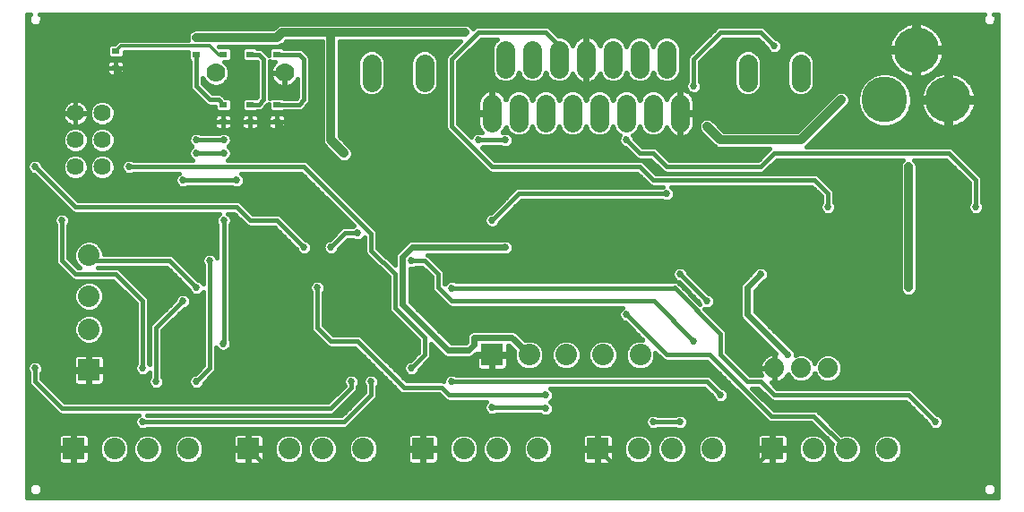
<source format=gbl>
G75*
%MOIN*%
%OFA0B0*%
%FSLAX25Y25*%
%IPPOS*%
%LPD*%
%AMOC8*
5,1,8,0,0,1.08239X$1,22.5*
%
%ADD10R,0.03150X0.02362*%
%ADD11C,0.07087*%
%ADD12C,0.06400*%
%ADD13R,0.08000X0.08000*%
%ADD14C,0.08000*%
%ADD15C,0.17000*%
%ADD16C,0.07400*%
%ADD17C,0.07000*%
%ADD18C,0.07050*%
%ADD19C,0.01600*%
%ADD20C,0.02700*%
%ADD21C,0.01200*%
%ADD22C,0.02400*%
%ADD23C,0.03200*%
D10*
X0081800Y0148650D03*
X0091800Y0148650D03*
X0101800Y0148650D03*
X0101800Y0154950D03*
X0091800Y0154950D03*
X0081800Y0154950D03*
X0081800Y0173650D03*
X0091800Y0173650D03*
X0091800Y0179950D03*
X0081800Y0179950D03*
X0071800Y0179950D03*
X0071800Y0173650D03*
X0101800Y0173650D03*
X0101800Y0179950D03*
X0041800Y0174950D03*
X0041800Y0168650D03*
D11*
X0181800Y0155343D02*
X0181800Y0148257D01*
X0191800Y0148257D02*
X0191800Y0155343D01*
X0201800Y0155343D02*
X0201800Y0148257D01*
X0211800Y0148257D02*
X0211800Y0155343D01*
X0221800Y0155343D02*
X0221800Y0148257D01*
X0231800Y0148257D02*
X0231800Y0155343D01*
X0241800Y0155343D02*
X0241800Y0148257D01*
X0251800Y0148257D02*
X0251800Y0155343D01*
X0246800Y0168257D02*
X0246800Y0175343D01*
X0236800Y0175343D02*
X0236800Y0168257D01*
X0226800Y0168257D02*
X0226800Y0175343D01*
X0216800Y0175343D02*
X0216800Y0168257D01*
X0206800Y0168257D02*
X0206800Y0175343D01*
X0196800Y0175343D02*
X0196800Y0168257D01*
X0186800Y0168257D02*
X0186800Y0175343D01*
D12*
X0036800Y0151800D03*
X0026800Y0151800D03*
X0026800Y0141800D03*
X0036800Y0141800D03*
X0036800Y0131800D03*
X0026800Y0131800D03*
D13*
X0031800Y0056100D03*
X0026100Y0026800D03*
X0091100Y0026800D03*
X0156100Y0026800D03*
X0221100Y0026800D03*
X0286100Y0026800D03*
X0181800Y0061800D03*
D14*
X0195580Y0061800D03*
X0209359Y0061800D03*
X0223139Y0061800D03*
X0236918Y0061800D03*
X0236280Y0026800D03*
X0248659Y0026800D03*
X0263839Y0026800D03*
X0301280Y0026800D03*
X0313659Y0026800D03*
X0328839Y0026800D03*
X0198839Y0026800D03*
X0183659Y0026800D03*
X0171280Y0026800D03*
X0133839Y0026800D03*
X0118659Y0026800D03*
X0106280Y0026800D03*
X0068839Y0026800D03*
X0053659Y0026800D03*
X0041280Y0026800D03*
X0031800Y0071280D03*
X0031800Y0083659D03*
X0031800Y0098839D03*
D15*
X0327863Y0156800D03*
X0351485Y0156800D03*
X0339674Y0175304D03*
D16*
X0306800Y0056800D03*
X0296800Y0056800D03*
X0286800Y0056800D03*
D17*
X0104595Y0166800D03*
X0079005Y0166800D03*
D18*
X0136957Y0163275D02*
X0136957Y0170325D01*
X0156643Y0170325D02*
X0156643Y0163275D01*
X0276957Y0163275D02*
X0276957Y0170325D01*
X0296643Y0170325D02*
X0296643Y0163275D01*
D19*
X0008600Y0188701D02*
X0008600Y0008600D01*
X0369921Y0008600D01*
X0369921Y0188701D01*
X0368505Y0188701D01*
X0368962Y0188244D01*
X0369350Y0187307D01*
X0369350Y0186293D01*
X0368962Y0185356D01*
X0368244Y0184638D01*
X0367307Y0184250D01*
X0366293Y0184250D01*
X0365356Y0184638D01*
X0364638Y0185356D01*
X0364250Y0186293D01*
X0364250Y0187307D01*
X0364638Y0188244D01*
X0365095Y0188701D01*
X0013505Y0188701D01*
X0013962Y0188244D01*
X0014350Y0187307D01*
X0014350Y0186293D01*
X0013962Y0185356D01*
X0013244Y0184638D01*
X0012307Y0184250D01*
X0011293Y0184250D01*
X0010356Y0184638D01*
X0009638Y0185356D01*
X0009250Y0186293D01*
X0009250Y0187307D01*
X0009638Y0188244D01*
X0010095Y0188701D01*
X0008600Y0188701D01*
X0008600Y0187432D02*
X0009302Y0187432D01*
X0009440Y0185833D02*
X0008600Y0185833D01*
X0008600Y0184235D02*
X0101560Y0184235D01*
X0101838Y0184513D02*
X0100938Y0183613D01*
X0100475Y0183150D01*
X0071163Y0183150D01*
X0070152Y0182731D01*
X0069562Y0182731D01*
X0068625Y0181793D01*
X0068625Y0180647D01*
X0068600Y0180586D01*
X0068600Y0179313D01*
X0068625Y0179252D01*
X0068625Y0179000D01*
X0042739Y0179000D01*
X0041470Y0177731D01*
X0039562Y0177731D01*
X0038625Y0176793D01*
X0038625Y0173106D01*
X0039562Y0172169D01*
X0044038Y0172169D01*
X0044975Y0173106D01*
X0044975Y0174600D01*
X0068625Y0174600D01*
X0068625Y0171807D01*
X0069400Y0171032D01*
X0069400Y0161323D01*
X0069765Y0160441D01*
X0070441Y0159765D01*
X0075441Y0154765D01*
X0076323Y0154400D01*
X0078625Y0154400D01*
X0078625Y0153106D01*
X0079562Y0152169D01*
X0084038Y0152169D01*
X0084975Y0153106D01*
X0084975Y0156793D01*
X0084038Y0157731D01*
X0082413Y0157731D01*
X0081984Y0158159D01*
X0081309Y0158835D01*
X0080427Y0159200D01*
X0077794Y0159200D01*
X0074200Y0162794D01*
X0074200Y0165073D01*
X0074681Y0163911D01*
X0076116Y0162476D01*
X0077990Y0161700D01*
X0080019Y0161700D01*
X0081894Y0162476D01*
X0083328Y0163911D01*
X0084105Y0165786D01*
X0084105Y0167814D01*
X0083328Y0169689D01*
X0082148Y0170869D01*
X0084038Y0170869D01*
X0084975Y0171807D01*
X0084975Y0175494D01*
X0084038Y0176431D01*
X0080280Y0176431D01*
X0079962Y0176750D01*
X0102437Y0176750D01*
X0103448Y0177169D01*
X0104038Y0177169D01*
X0104975Y0178106D01*
X0104975Y0178599D01*
X0104976Y0178600D01*
X0118600Y0178600D01*
X0118600Y0141163D01*
X0119087Y0139987D01*
X0119987Y0139087D01*
X0119987Y0139087D01*
X0124987Y0134087D01*
X0126163Y0133600D01*
X0127437Y0133600D01*
X0128613Y0134087D01*
X0129513Y0134987D01*
X0130000Y0136163D01*
X0130000Y0137437D01*
X0129513Y0138613D01*
X0125000Y0143125D01*
X0125000Y0178600D01*
X0170206Y0178600D01*
X0164765Y0173159D01*
X0164400Y0172277D01*
X0164400Y0146323D01*
X0164765Y0145441D01*
X0165441Y0144765D01*
X0180441Y0129765D01*
X0181323Y0129400D01*
X0235806Y0129400D01*
X0239765Y0125441D01*
X0239765Y0125441D01*
X0240441Y0124765D01*
X0241323Y0124400D01*
X0245368Y0124400D01*
X0245129Y0124301D01*
X0245028Y0124200D01*
X0191323Y0124200D01*
X0190441Y0123835D01*
X0181356Y0114750D01*
X0181213Y0114750D01*
X0180129Y0114301D01*
X0179299Y0113471D01*
X0178850Y0112387D01*
X0178850Y0111213D01*
X0179299Y0110129D01*
X0180129Y0109299D01*
X0181213Y0108850D01*
X0182387Y0108850D01*
X0183471Y0109299D01*
X0184301Y0110129D01*
X0184750Y0111213D01*
X0184750Y0111356D01*
X0192794Y0119400D01*
X0245028Y0119400D01*
X0245129Y0119299D01*
X0246213Y0118850D01*
X0247387Y0118850D01*
X0248471Y0119299D01*
X0249301Y0120129D01*
X0249750Y0121213D01*
X0249750Y0122387D01*
X0249301Y0123471D01*
X0248471Y0124301D01*
X0248232Y0124400D01*
X0300806Y0124400D01*
X0304400Y0120806D01*
X0304400Y0118572D01*
X0304299Y0118471D01*
X0303850Y0117387D01*
X0303850Y0116213D01*
X0304299Y0115129D01*
X0305129Y0114299D01*
X0306213Y0113850D01*
X0307387Y0113850D01*
X0308471Y0114299D01*
X0309301Y0115129D01*
X0309750Y0116213D01*
X0309750Y0117387D01*
X0309301Y0118471D01*
X0309200Y0118572D01*
X0309200Y0122277D01*
X0308835Y0123159D01*
X0308159Y0123835D01*
X0303159Y0128835D01*
X0302277Y0129200D01*
X0242794Y0129200D01*
X0238835Y0133159D01*
X0238159Y0133835D01*
X0237277Y0134200D01*
X0182794Y0134200D01*
X0177922Y0139072D01*
X0178471Y0139299D01*
X0178572Y0139400D01*
X0185028Y0139400D01*
X0185129Y0139299D01*
X0186213Y0138850D01*
X0187387Y0138850D01*
X0188471Y0139299D01*
X0189301Y0140129D01*
X0189750Y0141213D01*
X0189750Y0142387D01*
X0189301Y0143471D01*
X0188471Y0144301D01*
X0187387Y0144750D01*
X0186213Y0144750D01*
X0185593Y0144493D01*
X0185876Y0144776D01*
X0186370Y0145456D01*
X0186752Y0146206D01*
X0186897Y0146653D01*
X0187440Y0145343D01*
X0188887Y0143896D01*
X0190777Y0143113D01*
X0192823Y0143113D01*
X0194713Y0143896D01*
X0196160Y0145343D01*
X0196800Y0146888D01*
X0197440Y0145343D01*
X0198887Y0143896D01*
X0200777Y0143113D01*
X0202823Y0143113D01*
X0204713Y0143896D01*
X0206160Y0145343D01*
X0206800Y0146888D01*
X0207440Y0145343D01*
X0208887Y0143896D01*
X0210777Y0143113D01*
X0212823Y0143113D01*
X0214713Y0143896D01*
X0216160Y0145343D01*
X0216800Y0146888D01*
X0217440Y0145343D01*
X0218887Y0143896D01*
X0220777Y0143113D01*
X0222823Y0143113D01*
X0224713Y0143896D01*
X0226160Y0145343D01*
X0226800Y0146888D01*
X0227440Y0145343D01*
X0228887Y0143896D01*
X0229479Y0143651D01*
X0229299Y0143471D01*
X0228850Y0142387D01*
X0228850Y0141213D01*
X0229299Y0140129D01*
X0230129Y0139299D01*
X0231213Y0138850D01*
X0231356Y0138850D01*
X0235441Y0134765D01*
X0236323Y0134400D01*
X0240806Y0134400D01*
X0244765Y0130441D01*
X0244765Y0130441D01*
X0245441Y0129765D01*
X0246323Y0129400D01*
X0282277Y0129400D01*
X0283159Y0129765D01*
X0283835Y0130441D01*
X0287794Y0134400D01*
X0334875Y0134400D01*
X0334087Y0133613D01*
X0333600Y0132437D01*
X0333600Y0086163D01*
X0334087Y0084987D01*
X0334987Y0084087D01*
X0336163Y0083600D01*
X0337437Y0083600D01*
X0338613Y0084087D01*
X0339513Y0084987D01*
X0340000Y0086163D01*
X0340000Y0132437D01*
X0339513Y0133613D01*
X0338725Y0134400D01*
X0350806Y0134400D01*
X0359400Y0125806D01*
X0359400Y0118572D01*
X0359299Y0118471D01*
X0358850Y0117387D01*
X0358850Y0116213D01*
X0359299Y0115129D01*
X0360129Y0114299D01*
X0361213Y0113850D01*
X0362387Y0113850D01*
X0363471Y0114299D01*
X0364301Y0115129D01*
X0364750Y0116213D01*
X0364750Y0117387D01*
X0364301Y0118471D01*
X0364200Y0118572D01*
X0364200Y0127277D01*
X0363835Y0128159D01*
X0353159Y0138835D01*
X0352277Y0139200D01*
X0298725Y0139200D01*
X0314513Y0154987D01*
X0315000Y0156163D01*
X0315000Y0157437D01*
X0314513Y0158613D01*
X0313613Y0159513D01*
X0312437Y0160000D01*
X0311163Y0160000D01*
X0309987Y0159513D01*
X0295475Y0145000D01*
X0268125Y0145000D01*
X0263613Y0149513D01*
X0262437Y0150000D01*
X0261163Y0150000D01*
X0259987Y0149513D01*
X0259087Y0148613D01*
X0258600Y0147437D01*
X0258600Y0146163D01*
X0259087Y0144987D01*
X0264987Y0139087D01*
X0266163Y0138600D01*
X0285206Y0138600D01*
X0284765Y0138159D01*
X0280806Y0134200D01*
X0247794Y0134200D01*
X0243835Y0138159D01*
X0243835Y0138159D01*
X0243159Y0138835D01*
X0242277Y0139200D01*
X0237794Y0139200D01*
X0234750Y0142244D01*
X0234750Y0142387D01*
X0234301Y0143471D01*
X0234121Y0143651D01*
X0234713Y0143896D01*
X0236160Y0145343D01*
X0236800Y0146888D01*
X0237440Y0145343D01*
X0238887Y0143896D01*
X0240777Y0143113D01*
X0242823Y0143113D01*
X0244713Y0143896D01*
X0246160Y0145343D01*
X0246703Y0146653D01*
X0246848Y0146206D01*
X0247230Y0145456D01*
X0247724Y0144776D01*
X0248319Y0144181D01*
X0248999Y0143687D01*
X0249749Y0143305D01*
X0250549Y0143045D01*
X0251379Y0142913D01*
X0251419Y0142913D01*
X0251419Y0151419D01*
X0252181Y0151419D01*
X0252181Y0152181D01*
X0251419Y0152181D01*
X0251419Y0160687D01*
X0251379Y0160687D01*
X0250549Y0160555D01*
X0249749Y0160295D01*
X0248999Y0159913D01*
X0248319Y0159419D01*
X0247724Y0158824D01*
X0247230Y0158144D01*
X0246848Y0157394D01*
X0246703Y0156947D01*
X0246160Y0158257D01*
X0244713Y0159704D01*
X0242823Y0160487D01*
X0240777Y0160487D01*
X0238887Y0159704D01*
X0237440Y0158257D01*
X0236800Y0156712D01*
X0236160Y0158257D01*
X0234713Y0159704D01*
X0232823Y0160487D01*
X0230777Y0160487D01*
X0228887Y0159704D01*
X0227440Y0158257D01*
X0226800Y0156712D01*
X0226160Y0158257D01*
X0224713Y0159704D01*
X0222823Y0160487D01*
X0220777Y0160487D01*
X0218887Y0159704D01*
X0217440Y0158257D01*
X0216800Y0156712D01*
X0216160Y0158257D01*
X0214713Y0159704D01*
X0212823Y0160487D01*
X0210777Y0160487D01*
X0208887Y0159704D01*
X0207440Y0158257D01*
X0206800Y0156712D01*
X0206160Y0158257D01*
X0204713Y0159704D01*
X0202823Y0160487D01*
X0200777Y0160487D01*
X0198887Y0159704D01*
X0197440Y0158257D01*
X0196800Y0156712D01*
X0196160Y0158257D01*
X0194713Y0159704D01*
X0192823Y0160487D01*
X0190777Y0160487D01*
X0188887Y0159704D01*
X0187440Y0158257D01*
X0186897Y0156947D01*
X0186752Y0157394D01*
X0186370Y0158144D01*
X0185876Y0158824D01*
X0185281Y0159419D01*
X0184600Y0159913D01*
X0183851Y0160295D01*
X0183051Y0160555D01*
X0182221Y0160687D01*
X0182181Y0160687D01*
X0182181Y0152181D01*
X0181419Y0152181D01*
X0181419Y0151419D01*
X0176457Y0151419D01*
X0176457Y0147836D01*
X0176588Y0147005D01*
X0176848Y0146206D01*
X0177230Y0145456D01*
X0177724Y0144776D01*
X0178007Y0144493D01*
X0177387Y0144750D01*
X0176213Y0144750D01*
X0175129Y0144301D01*
X0174299Y0143471D01*
X0174072Y0142922D01*
X0169200Y0147794D01*
X0169200Y0170806D01*
X0177794Y0179400D01*
X0183583Y0179400D01*
X0182440Y0178257D01*
X0181657Y0176366D01*
X0181657Y0167234D01*
X0182440Y0165343D01*
X0183887Y0163896D01*
X0185777Y0163113D01*
X0187823Y0163113D01*
X0189713Y0163896D01*
X0191160Y0165343D01*
X0191800Y0166888D01*
X0192440Y0165343D01*
X0193887Y0163896D01*
X0195777Y0163113D01*
X0197823Y0163113D01*
X0199713Y0163896D01*
X0201160Y0165343D01*
X0201800Y0166888D01*
X0202440Y0165343D01*
X0203887Y0163896D01*
X0205777Y0163113D01*
X0207823Y0163113D01*
X0209713Y0163896D01*
X0211160Y0165343D01*
X0211703Y0166653D01*
X0211848Y0166206D01*
X0212230Y0165456D01*
X0212724Y0164776D01*
X0213319Y0164181D01*
X0213999Y0163687D01*
X0214749Y0163305D01*
X0215549Y0163045D01*
X0216379Y0162913D01*
X0216419Y0162913D01*
X0216419Y0171419D01*
X0217181Y0171419D01*
X0217181Y0162913D01*
X0217221Y0162913D01*
X0218051Y0163045D01*
X0218851Y0163305D01*
X0219600Y0163687D01*
X0220281Y0164181D01*
X0220876Y0164776D01*
X0221370Y0165456D01*
X0221752Y0166206D01*
X0221897Y0166653D01*
X0222440Y0165343D01*
X0223887Y0163896D01*
X0225777Y0163113D01*
X0227823Y0163113D01*
X0229713Y0163896D01*
X0231160Y0165343D01*
X0231800Y0166888D01*
X0232440Y0165343D01*
X0233887Y0163896D01*
X0235777Y0163113D01*
X0237823Y0163113D01*
X0239713Y0163896D01*
X0241160Y0165343D01*
X0241800Y0166888D01*
X0242440Y0165343D01*
X0243887Y0163896D01*
X0245777Y0163113D01*
X0247823Y0163113D01*
X0249713Y0163896D01*
X0251160Y0165343D01*
X0251943Y0167234D01*
X0251943Y0176366D01*
X0251160Y0178257D01*
X0249713Y0179704D01*
X0247823Y0180487D01*
X0245777Y0180487D01*
X0243887Y0179704D01*
X0242440Y0178257D01*
X0241800Y0176712D01*
X0241160Y0178257D01*
X0239713Y0179704D01*
X0237823Y0180487D01*
X0235777Y0180487D01*
X0233887Y0179704D01*
X0232440Y0178257D01*
X0231800Y0176712D01*
X0231160Y0178257D01*
X0229713Y0179704D01*
X0227823Y0180487D01*
X0225777Y0180487D01*
X0223887Y0179704D01*
X0222440Y0178257D01*
X0221897Y0176947D01*
X0221752Y0177394D01*
X0221370Y0178144D01*
X0220876Y0178824D01*
X0220281Y0179419D01*
X0219600Y0179913D01*
X0218851Y0180295D01*
X0218051Y0180555D01*
X0217221Y0180687D01*
X0217181Y0180687D01*
X0217181Y0172181D01*
X0216419Y0172181D01*
X0216419Y0180687D01*
X0216379Y0180687D01*
X0215549Y0180555D01*
X0214749Y0180295D01*
X0213999Y0179913D01*
X0213319Y0179419D01*
X0212724Y0178824D01*
X0212230Y0178144D01*
X0211848Y0177394D01*
X0211703Y0176947D01*
X0211160Y0178257D01*
X0209713Y0179704D01*
X0207823Y0180487D01*
X0206507Y0180487D01*
X0203159Y0183835D01*
X0202277Y0184200D01*
X0176323Y0184200D01*
X0175441Y0183835D01*
X0174720Y0183114D01*
X0174513Y0183613D01*
X0173613Y0184513D01*
X0172437Y0185000D01*
X0103014Y0185000D01*
X0101838Y0184513D01*
X0104710Y0177841D02*
X0118600Y0177841D01*
X0118600Y0176242D02*
X0104227Y0176242D01*
X0104038Y0176431D02*
X0099562Y0176431D01*
X0098625Y0175494D01*
X0098625Y0173369D01*
X0098159Y0173835D01*
X0096309Y0175685D01*
X0095427Y0176050D01*
X0094419Y0176050D01*
X0094038Y0176431D01*
X0089562Y0176431D01*
X0088625Y0175494D01*
X0088625Y0171807D01*
X0089562Y0170869D01*
X0094038Y0170869D01*
X0094187Y0171019D01*
X0094400Y0170806D01*
X0094400Y0157794D01*
X0094187Y0157581D01*
X0094038Y0157731D01*
X0089562Y0157731D01*
X0088625Y0156793D01*
X0088625Y0153106D01*
X0089562Y0152169D01*
X0094038Y0152169D01*
X0094419Y0152550D01*
X0095427Y0152550D01*
X0096309Y0152915D01*
X0098159Y0154765D01*
X0098625Y0155231D01*
X0098625Y0153106D01*
X0099562Y0152169D01*
X0104038Y0152169D01*
X0104419Y0152550D01*
X0110427Y0152550D01*
X0111309Y0152915D01*
X0111984Y0153590D01*
X0113159Y0154765D01*
X0113835Y0155441D01*
X0114200Y0156323D01*
X0114200Y0172277D01*
X0113835Y0173159D01*
X0113159Y0173835D01*
X0111984Y0175010D01*
X0111309Y0175685D01*
X0110427Y0176050D01*
X0104419Y0176050D01*
X0104038Y0176431D01*
X0101800Y0173650D02*
X0109950Y0173650D01*
X0111800Y0171800D01*
X0111800Y0156800D01*
X0109950Y0154950D01*
X0101800Y0154950D01*
X0098625Y0153863D02*
X0097257Y0153863D01*
X0094950Y0154950D02*
X0096800Y0156800D01*
X0096800Y0171800D01*
X0094950Y0173650D01*
X0091800Y0173650D01*
X0088625Y0173045D02*
X0084975Y0173045D01*
X0084975Y0174644D02*
X0088625Y0174644D01*
X0089373Y0176242D02*
X0084227Y0176242D01*
X0084615Y0171447D02*
X0088985Y0171447D01*
X0094400Y0169848D02*
X0083169Y0169848D01*
X0083924Y0168250D02*
X0094400Y0168250D01*
X0094400Y0166651D02*
X0084105Y0166651D01*
X0083801Y0165053D02*
X0094400Y0165053D01*
X0094400Y0163454D02*
X0082871Y0163454D01*
X0080395Y0161856D02*
X0094400Y0161856D01*
X0094400Y0160257D02*
X0076737Y0160257D01*
X0077615Y0161856D02*
X0075138Y0161856D01*
X0075138Y0163454D02*
X0074200Y0163454D01*
X0074200Y0165053D02*
X0074208Y0165053D01*
X0071800Y0161800D02*
X0071800Y0173650D01*
X0068625Y0173045D02*
X0044914Y0173045D01*
X0044070Y0171509D02*
X0043612Y0171631D01*
X0041800Y0171631D01*
X0039988Y0171631D01*
X0039530Y0171509D01*
X0039120Y0171272D01*
X0038785Y0170937D01*
X0038548Y0170526D01*
X0038425Y0170068D01*
X0038425Y0168650D01*
X0038425Y0167232D01*
X0038548Y0166775D01*
X0038785Y0166364D01*
X0039120Y0166029D01*
X0039530Y0165792D01*
X0039988Y0165669D01*
X0041800Y0165669D01*
X0041800Y0168650D01*
X0041800Y0165669D01*
X0043612Y0165669D01*
X0044070Y0165792D01*
X0044480Y0166029D01*
X0044815Y0166364D01*
X0045052Y0166775D01*
X0045175Y0167232D01*
X0045175Y0168650D01*
X0041800Y0168650D01*
X0041800Y0168650D01*
X0041800Y0168650D01*
X0038425Y0168650D01*
X0041800Y0168650D01*
X0041800Y0168650D01*
X0050225Y0160225D01*
X0061800Y0148650D01*
X0081800Y0148650D01*
X0081800Y0145669D01*
X0079988Y0145669D01*
X0079530Y0145792D01*
X0079120Y0146029D01*
X0078785Y0146364D01*
X0078548Y0146775D01*
X0078425Y0147232D01*
X0078425Y0148650D01*
X0081800Y0148650D01*
X0081800Y0148650D01*
X0081800Y0145669D01*
X0083612Y0145669D01*
X0084070Y0145792D01*
X0084480Y0146029D01*
X0084815Y0146364D01*
X0085052Y0146775D01*
X0085175Y0147232D01*
X0085175Y0148650D01*
X0081800Y0148650D01*
X0081800Y0148650D01*
X0081800Y0148650D01*
X0091800Y0148650D01*
X0091800Y0145669D01*
X0089988Y0145669D01*
X0089530Y0145792D01*
X0089120Y0146029D01*
X0088785Y0146364D01*
X0088548Y0146775D01*
X0088425Y0147232D01*
X0088425Y0148650D01*
X0091800Y0148650D01*
X0091800Y0148650D01*
X0091800Y0145669D01*
X0093612Y0145669D01*
X0094070Y0145792D01*
X0094480Y0146029D01*
X0094815Y0146364D01*
X0095052Y0146775D01*
X0095175Y0147232D01*
X0095175Y0148650D01*
X0091800Y0148650D01*
X0091800Y0148650D01*
X0091800Y0148650D01*
X0101800Y0148650D01*
X0101800Y0145669D01*
X0099988Y0145669D01*
X0099530Y0145792D01*
X0099120Y0146029D01*
X0098785Y0146364D01*
X0098548Y0146775D01*
X0098425Y0147232D01*
X0098425Y0148650D01*
X0101800Y0148650D01*
X0101800Y0148650D01*
X0101800Y0145669D01*
X0103612Y0145669D01*
X0104070Y0145792D01*
X0104480Y0146029D01*
X0104815Y0146364D01*
X0105052Y0146775D01*
X0105175Y0147232D01*
X0105175Y0148650D01*
X0101800Y0148650D01*
X0101800Y0148650D01*
X0101800Y0148650D01*
X0116850Y0133600D01*
X0128125Y0133600D01*
X0141325Y0146800D01*
X0151800Y0146800D01*
X0164400Y0147469D02*
X0125000Y0147469D01*
X0125000Y0145870D02*
X0164587Y0145870D01*
X0165934Y0144272D02*
X0125000Y0144272D01*
X0125452Y0142673D02*
X0167532Y0142673D01*
X0169131Y0141075D02*
X0127051Y0141075D01*
X0128649Y0139476D02*
X0170729Y0139476D01*
X0172328Y0137878D02*
X0129817Y0137878D01*
X0130000Y0136279D02*
X0173926Y0136279D01*
X0175525Y0134681D02*
X0129206Y0134681D01*
X0124394Y0134681D02*
X0084008Y0134681D01*
X0083626Y0134299D02*
X0084456Y0135129D01*
X0084905Y0136213D01*
X0084905Y0137387D01*
X0084456Y0138471D01*
X0083627Y0139300D01*
X0084456Y0140129D01*
X0084905Y0141213D01*
X0084905Y0142387D01*
X0084456Y0143471D01*
X0083626Y0144301D01*
X0082542Y0144750D01*
X0081368Y0144750D01*
X0080284Y0144301D01*
X0080183Y0144200D01*
X0073572Y0144200D01*
X0073471Y0144301D01*
X0072387Y0144750D01*
X0071213Y0144750D01*
X0070129Y0144301D01*
X0069299Y0143471D01*
X0068850Y0142387D01*
X0068850Y0141213D01*
X0069299Y0140129D01*
X0070128Y0139300D01*
X0069299Y0138471D01*
X0068850Y0137387D01*
X0068850Y0136213D01*
X0069299Y0135129D01*
X0070129Y0134299D01*
X0070368Y0134200D01*
X0048572Y0134200D01*
X0048471Y0134301D01*
X0047387Y0134750D01*
X0046213Y0134750D01*
X0045129Y0134301D01*
X0044299Y0133471D01*
X0043850Y0132387D01*
X0043850Y0131213D01*
X0044299Y0130129D01*
X0045129Y0129299D01*
X0046213Y0128850D01*
X0047387Y0128850D01*
X0048471Y0129299D01*
X0048572Y0129400D01*
X0065368Y0129400D01*
X0065129Y0129301D01*
X0064299Y0128471D01*
X0063850Y0127387D01*
X0063850Y0126213D01*
X0064299Y0125129D01*
X0065129Y0124299D01*
X0066213Y0123850D01*
X0067387Y0123850D01*
X0068471Y0124299D01*
X0068572Y0124400D01*
X0085028Y0124400D01*
X0085129Y0124299D01*
X0086213Y0123850D01*
X0087387Y0123850D01*
X0088471Y0124299D01*
X0089301Y0125129D01*
X0089750Y0126213D01*
X0089750Y0127387D01*
X0089301Y0128471D01*
X0088471Y0129301D01*
X0088232Y0129400D01*
X0110806Y0129400D01*
X0130430Y0109776D01*
X0130129Y0109651D01*
X0130028Y0109550D01*
X0126673Y0109550D01*
X0125791Y0109185D01*
X0121356Y0104750D01*
X0121213Y0104750D01*
X0120129Y0104301D01*
X0119299Y0103471D01*
X0118850Y0102387D01*
X0118850Y0101213D01*
X0119299Y0100129D01*
X0120129Y0099299D01*
X0121213Y0098850D01*
X0122387Y0098850D01*
X0123471Y0099299D01*
X0124301Y0100129D01*
X0124750Y0101213D01*
X0124750Y0101356D01*
X0128144Y0104750D01*
X0130028Y0104750D01*
X0130129Y0104649D01*
X0131213Y0104200D01*
X0132387Y0104200D01*
X0133471Y0104649D01*
X0134301Y0105479D01*
X0134400Y0105718D01*
X0134400Y0100234D01*
X0134765Y0099352D01*
X0135441Y0098676D01*
X0143311Y0090806D01*
X0143311Y0078800D01*
X0143676Y0077918D01*
X0154400Y0067195D01*
X0154400Y0062794D01*
X0151356Y0059750D01*
X0151213Y0059750D01*
X0150129Y0059301D01*
X0149299Y0058471D01*
X0148850Y0057387D01*
X0148850Y0056213D01*
X0149299Y0055129D01*
X0150129Y0054299D01*
X0151213Y0053850D01*
X0152387Y0053850D01*
X0153471Y0054299D01*
X0154301Y0055129D01*
X0154750Y0056213D01*
X0154750Y0056356D01*
X0158835Y0060441D01*
X0159200Y0061323D01*
X0159200Y0065789D01*
X0163852Y0061137D01*
X0164881Y0060711D01*
X0173719Y0060711D01*
X0174748Y0061137D01*
X0175536Y0061925D01*
X0176000Y0062389D01*
X0176000Y0062181D01*
X0181419Y0062181D01*
X0181419Y0061419D01*
X0182181Y0061419D01*
X0182181Y0062181D01*
X0187600Y0062181D01*
X0187600Y0065362D01*
X0188057Y0065362D01*
X0190134Y0063286D01*
X0189980Y0062914D01*
X0189980Y0060686D01*
X0190832Y0058628D01*
X0192407Y0057053D01*
X0194466Y0056200D01*
X0196693Y0056200D01*
X0198752Y0057053D01*
X0200327Y0058628D01*
X0201180Y0060686D01*
X0201180Y0062914D01*
X0200327Y0064972D01*
X0198752Y0066547D01*
X0196693Y0067400D01*
X0194466Y0067400D01*
X0194093Y0067246D01*
X0190803Y0070536D01*
X0189774Y0070962D01*
X0174532Y0070962D01*
X0173503Y0070536D01*
X0172715Y0069748D01*
X0172289Y0068719D01*
X0172289Y0066597D01*
X0172003Y0066311D01*
X0166597Y0066311D01*
X0151311Y0081597D01*
X0151311Y0093825D01*
X0152448Y0093825D01*
X0153532Y0094274D01*
X0153633Y0094375D01*
X0155831Y0094375D01*
X0159400Y0090806D01*
X0159400Y0086323D01*
X0159765Y0085441D01*
X0164765Y0080441D01*
X0165441Y0079765D01*
X0166323Y0079400D01*
X0230368Y0079400D01*
X0230129Y0079301D01*
X0229299Y0078471D01*
X0228850Y0077387D01*
X0228850Y0076213D01*
X0229299Y0075129D01*
X0230129Y0074299D01*
X0231213Y0073850D01*
X0231356Y0073850D01*
X0237806Y0067400D01*
X0235804Y0067400D01*
X0233746Y0066547D01*
X0232171Y0064972D01*
X0231318Y0062914D01*
X0231318Y0060686D01*
X0232171Y0058628D01*
X0233746Y0057053D01*
X0235804Y0056200D01*
X0238032Y0056200D01*
X0240090Y0057053D01*
X0241666Y0058628D01*
X0242518Y0060686D01*
X0242518Y0062688D01*
X0245441Y0059765D01*
X0246323Y0059400D01*
X0261720Y0059400D01*
X0284244Y0036876D01*
X0285126Y0036511D01*
X0300554Y0036511D01*
X0308379Y0028686D01*
X0308059Y0027914D01*
X0308059Y0025686D01*
X0308912Y0023628D01*
X0310487Y0022053D01*
X0312545Y0021200D01*
X0314773Y0021200D01*
X0316831Y0022053D01*
X0318406Y0023628D01*
X0319259Y0025686D01*
X0319259Y0027914D01*
X0318406Y0029972D01*
X0316831Y0031547D01*
X0314773Y0032400D01*
X0312545Y0032400D01*
X0311773Y0032080D01*
X0303583Y0040271D01*
X0302908Y0040946D01*
X0302025Y0041311D01*
X0286597Y0041311D01*
X0278508Y0049400D01*
X0280806Y0049400D01*
X0284765Y0045441D01*
X0285441Y0044765D01*
X0286323Y0044400D01*
X0335806Y0044400D01*
X0343850Y0036356D01*
X0343850Y0036213D01*
X0344299Y0035129D01*
X0345129Y0034299D01*
X0346213Y0033850D01*
X0347387Y0033850D01*
X0348471Y0034299D01*
X0349301Y0035129D01*
X0349750Y0036213D01*
X0349750Y0037387D01*
X0349301Y0038471D01*
X0348471Y0039301D01*
X0347387Y0039750D01*
X0347244Y0039750D01*
X0338159Y0048835D01*
X0337277Y0049200D01*
X0287794Y0049200D01*
X0285567Y0051427D01*
X0286367Y0051300D01*
X0286600Y0051300D01*
X0286600Y0056600D01*
X0287000Y0056600D01*
X0287000Y0051300D01*
X0287233Y0051300D01*
X0288088Y0051435D01*
X0288911Y0051703D01*
X0289683Y0052096D01*
X0290383Y0052605D01*
X0290995Y0053217D01*
X0291504Y0053917D01*
X0291897Y0054689D01*
X0291915Y0054744D01*
X0292307Y0053798D01*
X0293798Y0052307D01*
X0295746Y0051500D01*
X0297854Y0051500D01*
X0299802Y0052307D01*
X0301293Y0053798D01*
X0301800Y0055022D01*
X0302307Y0053798D01*
X0303798Y0052307D01*
X0305746Y0051500D01*
X0307854Y0051500D01*
X0309802Y0052307D01*
X0311293Y0053798D01*
X0312100Y0055746D01*
X0312100Y0057854D01*
X0311293Y0059802D01*
X0309802Y0061293D01*
X0307854Y0062100D01*
X0305746Y0062100D01*
X0303798Y0061293D01*
X0302307Y0059802D01*
X0301800Y0058578D01*
X0301293Y0059802D01*
X0299802Y0061293D01*
X0297854Y0062100D01*
X0295746Y0062100D01*
X0294750Y0061688D01*
X0294750Y0062387D01*
X0294301Y0063471D01*
X0293471Y0064301D01*
X0293109Y0064451D01*
X0279600Y0077960D01*
X0279600Y0078028D01*
X0279609Y0078050D01*
X0279609Y0081732D01*
X0279600Y0081754D01*
X0279600Y0085640D01*
X0283109Y0089149D01*
X0283471Y0089299D01*
X0284301Y0090129D01*
X0284750Y0091213D01*
X0284750Y0092387D01*
X0284301Y0093471D01*
X0283471Y0094301D01*
X0282387Y0094750D01*
X0281213Y0094750D01*
X0280129Y0094301D01*
X0279299Y0093471D01*
X0279149Y0093109D01*
X0274426Y0088386D01*
X0274000Y0087357D01*
X0274000Y0080627D01*
X0274009Y0080605D01*
X0274009Y0079177D01*
X0274000Y0079154D01*
X0274000Y0076243D01*
X0274426Y0075214D01*
X0287360Y0062280D01*
X0287233Y0062300D01*
X0287000Y0062300D01*
X0287000Y0057000D01*
X0286600Y0057000D01*
X0286600Y0062300D01*
X0286367Y0062300D01*
X0285512Y0062165D01*
X0284689Y0061897D01*
X0283917Y0061504D01*
X0283217Y0060995D01*
X0282605Y0060383D01*
X0282096Y0059683D01*
X0281703Y0058911D01*
X0281435Y0058088D01*
X0281300Y0057233D01*
X0281300Y0057000D01*
X0286600Y0057000D01*
X0286600Y0056600D01*
X0281300Y0056600D01*
X0281300Y0056367D01*
X0281435Y0055512D01*
X0281703Y0054689D01*
X0281952Y0054200D01*
X0277794Y0054200D01*
X0269200Y0062794D01*
X0269200Y0070065D01*
X0268835Y0070947D01*
X0268159Y0071622D01*
X0260732Y0079049D01*
X0261213Y0078850D01*
X0262387Y0078850D01*
X0263471Y0079299D01*
X0264301Y0080129D01*
X0264750Y0081213D01*
X0264750Y0082387D01*
X0264301Y0083471D01*
X0263471Y0084301D01*
X0262387Y0084750D01*
X0262244Y0084750D01*
X0254750Y0092244D01*
X0254750Y0092387D01*
X0254301Y0093471D01*
X0253471Y0094301D01*
X0252387Y0094750D01*
X0251213Y0094750D01*
X0250129Y0094301D01*
X0249299Y0093471D01*
X0248850Y0092387D01*
X0248850Y0091213D01*
X0249299Y0090129D01*
X0250129Y0089299D01*
X0251213Y0088850D01*
X0251356Y0088850D01*
X0258850Y0081356D01*
X0258850Y0081213D01*
X0259049Y0080732D01*
X0251622Y0088159D01*
X0251622Y0088159D01*
X0250947Y0088835D01*
X0250065Y0089200D01*
X0249110Y0089200D01*
X0248963Y0089139D01*
X0168597Y0089139D01*
X0168496Y0089240D01*
X0167412Y0089689D01*
X0166238Y0089689D01*
X0165154Y0089240D01*
X0164324Y0088410D01*
X0164200Y0088110D01*
X0164200Y0092277D01*
X0163835Y0093159D01*
X0163159Y0093835D01*
X0158159Y0098835D01*
X0157760Y0099000D01*
X0185851Y0099000D01*
X0186213Y0098850D01*
X0187387Y0098850D01*
X0188471Y0099299D01*
X0189301Y0100129D01*
X0189750Y0101213D01*
X0189750Y0102387D01*
X0189301Y0103471D01*
X0188471Y0104301D01*
X0187387Y0104750D01*
X0186213Y0104750D01*
X0185851Y0104600D01*
X0151592Y0104600D01*
X0150563Y0104174D01*
X0149775Y0103386D01*
X0146137Y0099748D01*
X0145711Y0098719D01*
X0145711Y0095194D01*
X0139200Y0101705D01*
X0139200Y0107277D01*
X0138835Y0108159D01*
X0113159Y0133835D01*
X0112277Y0134200D01*
X0083386Y0134200D01*
X0083626Y0134299D01*
X0084905Y0136279D02*
X0122795Y0136279D01*
X0121197Y0137878D02*
X0084701Y0137878D01*
X0083803Y0139476D02*
X0119598Y0139476D01*
X0118637Y0141075D02*
X0084847Y0141075D01*
X0084786Y0142673D02*
X0118600Y0142673D01*
X0118600Y0144272D02*
X0083655Y0144272D01*
X0084206Y0145870D02*
X0089394Y0145870D01*
X0088425Y0147469D02*
X0085175Y0147469D01*
X0085175Y0148650D02*
X0085175Y0150068D01*
X0085052Y0150526D01*
X0084815Y0150937D01*
X0084480Y0151272D01*
X0084070Y0151509D01*
X0083612Y0151631D01*
X0081800Y0151631D01*
X0079988Y0151631D01*
X0079530Y0151509D01*
X0079120Y0151272D01*
X0078785Y0150937D01*
X0078548Y0150526D01*
X0078425Y0150068D01*
X0078425Y0148650D01*
X0081800Y0148650D01*
X0085175Y0148650D01*
X0085175Y0149068D02*
X0088425Y0149068D01*
X0088425Y0148650D02*
X0088425Y0150068D01*
X0088548Y0150526D01*
X0088785Y0150937D01*
X0089120Y0151272D01*
X0089530Y0151509D01*
X0089988Y0151631D01*
X0091800Y0151631D01*
X0091800Y0148651D01*
X0091800Y0148651D01*
X0091800Y0151631D01*
X0093612Y0151631D01*
X0094070Y0151509D01*
X0094480Y0151272D01*
X0094815Y0150937D01*
X0095052Y0150526D01*
X0095175Y0150068D01*
X0095175Y0148650D01*
X0091800Y0148650D01*
X0088425Y0148650D01*
X0088629Y0150666D02*
X0084971Y0150666D01*
X0084134Y0152265D02*
X0089466Y0152265D01*
X0088625Y0153863D02*
X0084975Y0153863D01*
X0084975Y0155462D02*
X0088625Y0155462D01*
X0088892Y0157060D02*
X0084708Y0157060D01*
X0081800Y0154950D02*
X0079950Y0156800D01*
X0076800Y0156800D01*
X0071800Y0161800D01*
X0069400Y0161856D02*
X0008600Y0161856D01*
X0008600Y0163454D02*
X0069400Y0163454D01*
X0069400Y0165053D02*
X0008600Y0165053D01*
X0008600Y0166651D02*
X0038619Y0166651D01*
X0038425Y0168250D02*
X0008600Y0168250D01*
X0008600Y0169848D02*
X0038425Y0169848D01*
X0039423Y0171447D02*
X0008600Y0171447D01*
X0008600Y0173045D02*
X0038686Y0173045D01*
X0038625Y0174644D02*
X0008600Y0174644D01*
X0008600Y0176242D02*
X0038625Y0176242D01*
X0041580Y0177841D02*
X0008600Y0177841D01*
X0008600Y0179439D02*
X0068600Y0179439D01*
X0068625Y0181038D02*
X0008600Y0181038D01*
X0008600Y0182636D02*
X0069468Y0182636D01*
X0068985Y0171447D02*
X0044177Y0171447D01*
X0044070Y0171509D02*
X0044480Y0171272D01*
X0044815Y0170937D01*
X0045052Y0170526D01*
X0045175Y0170068D01*
X0045175Y0168650D01*
X0041800Y0168650D01*
X0041800Y0168651D02*
X0041800Y0171631D01*
X0041800Y0168651D01*
X0041800Y0168651D01*
X0041800Y0168250D02*
X0041800Y0168250D01*
X0041800Y0169848D02*
X0041800Y0169848D01*
X0041800Y0171447D02*
X0041800Y0171447D01*
X0045175Y0169848D02*
X0069400Y0169848D01*
X0069400Y0168250D02*
X0045175Y0168250D01*
X0044981Y0166651D02*
X0069400Y0166651D01*
X0069949Y0160257D02*
X0008600Y0160257D01*
X0008600Y0158659D02*
X0071547Y0158659D01*
X0073146Y0157060D02*
X0008600Y0157060D01*
X0008600Y0155462D02*
X0023390Y0155462D01*
X0023543Y0155614D02*
X0022986Y0155057D01*
X0022524Y0154421D01*
X0022166Y0153719D01*
X0021923Y0152971D01*
X0021800Y0152194D01*
X0021800Y0151886D01*
X0026714Y0151886D01*
X0026714Y0156800D01*
X0026406Y0156800D01*
X0025629Y0156677D01*
X0024881Y0156434D01*
X0024179Y0156076D01*
X0023543Y0155614D01*
X0022240Y0153863D02*
X0008600Y0153863D01*
X0008600Y0152265D02*
X0021811Y0152265D01*
X0021800Y0151714D02*
X0021800Y0151406D01*
X0021923Y0150629D01*
X0022166Y0149881D01*
X0022524Y0149179D01*
X0022986Y0148543D01*
X0023543Y0147986D01*
X0024179Y0147524D01*
X0024881Y0147166D01*
X0025629Y0146923D01*
X0026406Y0146800D01*
X0026714Y0146800D01*
X0026714Y0151714D01*
X0026886Y0151714D01*
X0026886Y0151886D01*
X0031800Y0151886D01*
X0031800Y0152194D01*
X0031677Y0152971D01*
X0031434Y0153719D01*
X0031076Y0154421D01*
X0030614Y0155057D01*
X0030057Y0155614D01*
X0029421Y0156076D01*
X0028719Y0156434D01*
X0027971Y0156677D01*
X0027194Y0156800D01*
X0026886Y0156800D01*
X0026886Y0151886D01*
X0026714Y0151886D01*
X0026714Y0151714D01*
X0021800Y0151714D01*
X0021917Y0150666D02*
X0008600Y0150666D01*
X0008600Y0149068D02*
X0022605Y0149068D01*
X0024287Y0147469D02*
X0008600Y0147469D01*
X0008600Y0145870D02*
X0024084Y0145870D01*
X0024081Y0145869D02*
X0022731Y0144519D01*
X0022000Y0142755D01*
X0022000Y0140845D01*
X0022731Y0139081D01*
X0024081Y0137731D01*
X0025845Y0137000D01*
X0027755Y0137000D01*
X0029519Y0137731D01*
X0030869Y0139081D01*
X0031600Y0140845D01*
X0031600Y0142755D01*
X0030869Y0144519D01*
X0029519Y0145869D01*
X0027755Y0146600D01*
X0025845Y0146600D01*
X0024081Y0145869D01*
X0022628Y0144272D02*
X0008600Y0144272D01*
X0008600Y0142673D02*
X0022000Y0142673D01*
X0022000Y0141075D02*
X0008600Y0141075D01*
X0008600Y0139476D02*
X0022567Y0139476D01*
X0023934Y0137878D02*
X0008600Y0137878D01*
X0008600Y0136279D02*
X0025071Y0136279D01*
X0025845Y0136600D02*
X0024081Y0135869D01*
X0022731Y0134519D01*
X0022000Y0132755D01*
X0022000Y0130845D01*
X0022731Y0129081D01*
X0024081Y0127731D01*
X0025845Y0127000D01*
X0027755Y0127000D01*
X0029519Y0127731D01*
X0030869Y0129081D01*
X0031600Y0130845D01*
X0031600Y0132755D01*
X0030869Y0134519D01*
X0029519Y0135869D01*
X0027755Y0136600D01*
X0025845Y0136600D01*
X0028529Y0136279D02*
X0035071Y0136279D01*
X0035845Y0136600D02*
X0034081Y0135869D01*
X0032731Y0134519D01*
X0032000Y0132755D01*
X0032000Y0130845D01*
X0032731Y0129081D01*
X0034081Y0127731D01*
X0035845Y0127000D01*
X0037755Y0127000D01*
X0039519Y0127731D01*
X0040869Y0129081D01*
X0041600Y0130845D01*
X0041600Y0132755D01*
X0040869Y0134519D01*
X0039519Y0135869D01*
X0037755Y0136600D01*
X0035845Y0136600D01*
X0035845Y0137000D02*
X0037755Y0137000D01*
X0039519Y0137731D01*
X0040869Y0139081D01*
X0041600Y0140845D01*
X0041600Y0142755D01*
X0040869Y0144519D01*
X0039519Y0145869D01*
X0037755Y0146600D01*
X0035845Y0146600D01*
X0034081Y0145869D01*
X0032731Y0144519D01*
X0032000Y0142755D01*
X0032000Y0140845D01*
X0032731Y0139081D01*
X0034081Y0137731D01*
X0035845Y0137000D01*
X0033934Y0137878D02*
X0029666Y0137878D01*
X0031033Y0139476D02*
X0032567Y0139476D01*
X0032000Y0141075D02*
X0031600Y0141075D01*
X0031600Y0142673D02*
X0032000Y0142673D01*
X0032628Y0144272D02*
X0030972Y0144272D01*
X0029516Y0145870D02*
X0034084Y0145870D01*
X0034713Y0147469D02*
X0029313Y0147469D01*
X0029421Y0147524D02*
X0030057Y0147986D01*
X0030614Y0148543D01*
X0031076Y0149179D01*
X0031434Y0149881D01*
X0031677Y0150629D01*
X0031800Y0151406D01*
X0031800Y0151714D01*
X0026886Y0151714D01*
X0026886Y0146800D01*
X0027194Y0146800D01*
X0027971Y0146923D01*
X0028719Y0147166D01*
X0029421Y0147524D01*
X0030995Y0149068D02*
X0032744Y0149068D01*
X0032731Y0149081D02*
X0034081Y0147731D01*
X0035845Y0147000D01*
X0037755Y0147000D01*
X0039519Y0147731D01*
X0040869Y0149081D01*
X0041600Y0150845D01*
X0041600Y0152755D01*
X0040869Y0154519D01*
X0039519Y0155869D01*
X0037755Y0156600D01*
X0035845Y0156600D01*
X0034081Y0155869D01*
X0032731Y0154519D01*
X0032000Y0152755D01*
X0032000Y0150845D01*
X0032731Y0149081D01*
X0032074Y0150666D02*
X0031683Y0150666D01*
X0031789Y0152265D02*
X0032000Y0152265D01*
X0032459Y0153863D02*
X0031360Y0153863D01*
X0030209Y0155462D02*
X0033673Y0155462D01*
X0039927Y0155462D02*
X0074744Y0155462D01*
X0078625Y0153863D02*
X0041141Y0153863D01*
X0041600Y0152265D02*
X0079466Y0152265D01*
X0078629Y0150666D02*
X0041526Y0150666D01*
X0040856Y0149068D02*
X0078425Y0149068D01*
X0078425Y0147469D02*
X0038887Y0147469D01*
X0039516Y0145870D02*
X0079394Y0145870D01*
X0080255Y0144272D02*
X0073500Y0144272D01*
X0071800Y0141800D02*
X0081955Y0141800D01*
X0081800Y0145870D02*
X0081800Y0145870D01*
X0081800Y0147469D02*
X0081800Y0147469D01*
X0081800Y0148651D02*
X0081800Y0151631D01*
X0081800Y0148651D01*
X0081800Y0148651D01*
X0081800Y0149068D02*
X0081800Y0149068D01*
X0081800Y0150666D02*
X0081800Y0150666D01*
X0091800Y0150666D02*
X0091800Y0150666D01*
X0091800Y0149068D02*
X0091800Y0149068D01*
X0091800Y0147469D02*
X0091800Y0147469D01*
X0091800Y0145870D02*
X0091800Y0145870D01*
X0094206Y0145870D02*
X0099394Y0145870D01*
X0098425Y0147469D02*
X0095175Y0147469D01*
X0095175Y0149068D02*
X0098425Y0149068D01*
X0098425Y0148650D02*
X0098425Y0150068D01*
X0098548Y0150526D01*
X0098785Y0150937D01*
X0099120Y0151272D01*
X0099530Y0151509D01*
X0099988Y0151631D01*
X0101800Y0151631D01*
X0101800Y0148651D01*
X0101800Y0148651D01*
X0101800Y0151631D01*
X0103612Y0151631D01*
X0104070Y0151509D01*
X0104480Y0151272D01*
X0104815Y0150937D01*
X0105052Y0150526D01*
X0105175Y0150068D01*
X0105175Y0148650D01*
X0101800Y0148650D01*
X0098425Y0148650D01*
X0098629Y0150666D02*
X0094971Y0150666D01*
X0094134Y0152265D02*
X0099466Y0152265D01*
X0101800Y0150666D02*
X0101800Y0150666D01*
X0101800Y0149068D02*
X0101800Y0149068D01*
X0101800Y0147469D02*
X0101800Y0147469D01*
X0101800Y0145870D02*
X0101800Y0145870D01*
X0104206Y0145870D02*
X0118600Y0145870D01*
X0118600Y0147469D02*
X0105175Y0147469D01*
X0105175Y0149068D02*
X0118600Y0149068D01*
X0118600Y0150666D02*
X0104971Y0150666D01*
X0104134Y0152265D02*
X0118600Y0152265D01*
X0118600Y0153863D02*
X0112257Y0153863D01*
X0113159Y0154765D02*
X0113159Y0154765D01*
X0113843Y0155462D02*
X0118600Y0155462D01*
X0118600Y0157060D02*
X0114200Y0157060D01*
X0114200Y0158659D02*
X0118600Y0158659D01*
X0118600Y0160257D02*
X0114200Y0160257D01*
X0114200Y0161856D02*
X0118600Y0161856D01*
X0118600Y0163454D02*
X0114200Y0163454D01*
X0114200Y0165053D02*
X0118600Y0165053D01*
X0118600Y0166651D02*
X0114200Y0166651D01*
X0114200Y0168250D02*
X0118600Y0168250D01*
X0118600Y0169848D02*
X0114200Y0169848D01*
X0114200Y0171447D02*
X0118600Y0171447D01*
X0118600Y0173045D02*
X0113882Y0173045D01*
X0112350Y0174644D02*
X0118600Y0174644D01*
X0125000Y0174644D02*
X0134028Y0174644D01*
X0134054Y0174670D02*
X0132613Y0173228D01*
X0131832Y0171344D01*
X0131832Y0162256D01*
X0132613Y0160372D01*
X0134054Y0158930D01*
X0135938Y0158150D01*
X0137977Y0158150D01*
X0139861Y0158930D01*
X0141302Y0160372D01*
X0142082Y0162256D01*
X0142082Y0171344D01*
X0141302Y0173228D01*
X0139861Y0174670D01*
X0137977Y0175450D01*
X0135938Y0175450D01*
X0134054Y0174670D01*
X0132537Y0173045D02*
X0125000Y0173045D01*
X0125000Y0171447D02*
X0131875Y0171447D01*
X0131832Y0169848D02*
X0125000Y0169848D01*
X0125000Y0168250D02*
X0131832Y0168250D01*
X0131832Y0166651D02*
X0125000Y0166651D01*
X0125000Y0165053D02*
X0131832Y0165053D01*
X0131832Y0163454D02*
X0125000Y0163454D01*
X0125000Y0161856D02*
X0131998Y0161856D01*
X0132728Y0160257D02*
X0125000Y0160257D01*
X0125000Y0158659D02*
X0134710Y0158659D01*
X0139205Y0158659D02*
X0154395Y0158659D01*
X0153739Y0158930D02*
X0155623Y0158150D01*
X0157662Y0158150D01*
X0159546Y0158930D01*
X0160987Y0160372D01*
X0161768Y0162256D01*
X0161768Y0171344D01*
X0160987Y0173228D01*
X0159546Y0174670D01*
X0157662Y0175450D01*
X0155623Y0175450D01*
X0153739Y0174670D01*
X0152298Y0173228D01*
X0151518Y0171344D01*
X0151518Y0162256D01*
X0152298Y0160372D01*
X0153739Y0158930D01*
X0152413Y0160257D02*
X0141187Y0160257D01*
X0141917Y0161856D02*
X0151683Y0161856D01*
X0151518Y0163454D02*
X0142082Y0163454D01*
X0142082Y0165053D02*
X0151518Y0165053D01*
X0151518Y0166651D02*
X0142082Y0166651D01*
X0142082Y0168250D02*
X0151518Y0168250D01*
X0151518Y0169848D02*
X0142082Y0169848D01*
X0142040Y0171447D02*
X0151560Y0171447D01*
X0152222Y0173045D02*
X0141378Y0173045D01*
X0139887Y0174644D02*
X0153713Y0174644D01*
X0159572Y0174644D02*
X0166250Y0174644D01*
X0164718Y0173045D02*
X0161063Y0173045D01*
X0161725Y0171447D02*
X0164400Y0171447D01*
X0164400Y0169848D02*
X0161768Y0169848D01*
X0161768Y0168250D02*
X0164400Y0168250D01*
X0164400Y0166651D02*
X0161768Y0166651D01*
X0161768Y0165053D02*
X0164400Y0165053D01*
X0164400Y0163454D02*
X0161768Y0163454D01*
X0161602Y0161856D02*
X0164400Y0161856D01*
X0164400Y0160257D02*
X0160872Y0160257D01*
X0158890Y0158659D02*
X0164400Y0158659D01*
X0164400Y0157060D02*
X0125000Y0157060D01*
X0125000Y0155462D02*
X0164400Y0155462D01*
X0164400Y0153863D02*
X0125000Y0153863D01*
X0125000Y0152265D02*
X0164400Y0152265D01*
X0164400Y0150666D02*
X0125000Y0150666D01*
X0125000Y0149068D02*
X0164400Y0149068D01*
X0169200Y0149068D02*
X0176457Y0149068D01*
X0176457Y0150666D02*
X0169200Y0150666D01*
X0169200Y0152265D02*
X0176457Y0152265D01*
X0176457Y0152181D02*
X0181419Y0152181D01*
X0181419Y0160687D01*
X0181379Y0160687D01*
X0180549Y0160555D01*
X0179749Y0160295D01*
X0178999Y0159913D01*
X0178319Y0159419D01*
X0177724Y0158824D01*
X0177230Y0158144D01*
X0176848Y0157394D01*
X0176588Y0156595D01*
X0176457Y0155764D01*
X0176457Y0152181D01*
X0176457Y0153863D02*
X0169200Y0153863D01*
X0169200Y0155462D02*
X0176457Y0155462D01*
X0176740Y0157060D02*
X0169200Y0157060D01*
X0169200Y0158659D02*
X0177604Y0158659D01*
X0179674Y0160257D02*
X0169200Y0160257D01*
X0169200Y0161856D02*
X0253850Y0161856D01*
X0253850Y0162387D02*
X0253850Y0161213D01*
X0254299Y0160129D01*
X0254426Y0160002D01*
X0253851Y0160295D01*
X0253051Y0160555D01*
X0252221Y0160687D01*
X0252181Y0160687D01*
X0252181Y0152181D01*
X0257143Y0152181D01*
X0257143Y0155764D01*
X0257012Y0156595D01*
X0256752Y0157394D01*
X0256370Y0158144D01*
X0255876Y0158824D01*
X0255593Y0159107D01*
X0256213Y0158850D01*
X0257387Y0158850D01*
X0258471Y0159299D01*
X0259301Y0160129D01*
X0259750Y0161213D01*
X0259750Y0162387D01*
X0259301Y0163471D01*
X0259200Y0163572D01*
X0259200Y0170806D01*
X0267794Y0179400D01*
X0280806Y0179400D01*
X0283850Y0176356D01*
X0283850Y0176213D01*
X0284299Y0175129D01*
X0285129Y0174299D01*
X0286213Y0173850D01*
X0287387Y0173850D01*
X0288471Y0174299D01*
X0289301Y0175129D01*
X0289750Y0176213D01*
X0289750Y0177387D01*
X0289301Y0178471D01*
X0288471Y0179301D01*
X0287387Y0179750D01*
X0287244Y0179750D01*
X0283159Y0183835D01*
X0282277Y0184200D01*
X0266323Y0184200D01*
X0265441Y0183835D01*
X0264765Y0183159D01*
X0255441Y0173835D01*
X0254765Y0173159D01*
X0254400Y0172277D01*
X0254400Y0163572D01*
X0254299Y0163471D01*
X0253850Y0162387D01*
X0254292Y0163454D02*
X0248646Y0163454D01*
X0246800Y0161800D02*
X0221800Y0161800D01*
X0220223Y0160257D02*
X0213377Y0160257D01*
X0215758Y0158659D02*
X0217842Y0158659D01*
X0216944Y0157060D02*
X0216656Y0157060D01*
X0223377Y0160257D02*
X0230223Y0160257D01*
X0227842Y0158659D02*
X0225758Y0158659D01*
X0226656Y0157060D02*
X0226944Y0157060D01*
X0233377Y0160257D02*
X0240223Y0160257D01*
X0237842Y0158659D02*
X0235758Y0158659D01*
X0236656Y0157060D02*
X0236944Y0157060D01*
X0243377Y0160257D02*
X0249674Y0160257D01*
X0251419Y0160257D02*
X0252181Y0160257D01*
X0252181Y0158659D02*
X0251419Y0158659D01*
X0251419Y0157060D02*
X0252181Y0157060D01*
X0252181Y0155462D02*
X0251419Y0155462D01*
X0251419Y0153863D02*
X0252181Y0153863D01*
X0252181Y0152265D02*
X0251419Y0152265D01*
X0252181Y0151419D02*
X0257143Y0151419D01*
X0257143Y0147836D01*
X0257012Y0147005D01*
X0256752Y0146206D01*
X0256370Y0145456D01*
X0255876Y0144776D01*
X0255281Y0144181D01*
X0254600Y0143687D01*
X0253851Y0143305D01*
X0253051Y0143045D01*
X0252221Y0142913D01*
X0252181Y0142913D01*
X0252181Y0151419D01*
X0252181Y0150666D02*
X0251419Y0150666D01*
X0251419Y0149068D02*
X0252181Y0149068D01*
X0252181Y0147469D02*
X0251419Y0147469D01*
X0251419Y0145870D02*
X0252181Y0145870D01*
X0252181Y0144272D02*
X0251419Y0144272D01*
X0248228Y0144272D02*
X0245089Y0144272D01*
X0246379Y0145870D02*
X0247019Y0145870D01*
X0238511Y0144272D02*
X0235089Y0144272D01*
X0234631Y0142673D02*
X0261401Y0142673D01*
X0263000Y0141075D02*
X0235919Y0141075D01*
X0237518Y0139476D02*
X0264598Y0139476D01*
X0259803Y0144272D02*
X0255372Y0144272D01*
X0256581Y0145870D02*
X0258721Y0145870D01*
X0258613Y0147469D02*
X0257085Y0147469D01*
X0257143Y0149068D02*
X0259542Y0149068D01*
X0257143Y0150666D02*
X0301141Y0150666D01*
X0302739Y0152265D02*
X0257143Y0152265D01*
X0258050Y0151800D02*
X0266800Y0151800D01*
X0271800Y0156800D01*
X0281800Y0156800D01*
X0279861Y0158930D02*
X0277977Y0158150D01*
X0275938Y0158150D01*
X0274054Y0158930D01*
X0272613Y0160372D01*
X0271832Y0162256D01*
X0271832Y0171344D01*
X0272613Y0173228D01*
X0274054Y0174670D01*
X0275938Y0175450D01*
X0277977Y0175450D01*
X0279861Y0174670D01*
X0281302Y0173228D01*
X0282082Y0171344D01*
X0282082Y0162256D01*
X0281302Y0160372D01*
X0279861Y0158930D01*
X0279205Y0158659D02*
X0294395Y0158659D01*
X0293739Y0158930D02*
X0295623Y0158150D01*
X0297662Y0158150D01*
X0299546Y0158930D01*
X0300987Y0160372D01*
X0301768Y0162256D01*
X0301768Y0171344D01*
X0300987Y0173228D01*
X0299546Y0174670D01*
X0297662Y0175450D01*
X0295623Y0175450D01*
X0293739Y0174670D01*
X0292298Y0173228D01*
X0291518Y0171344D01*
X0291518Y0162256D01*
X0292298Y0160372D01*
X0293739Y0158930D01*
X0292413Y0160257D02*
X0281187Y0160257D01*
X0281917Y0161856D02*
X0291683Y0161856D01*
X0291518Y0163454D02*
X0282082Y0163454D01*
X0282082Y0165053D02*
X0291518Y0165053D01*
X0291518Y0166651D02*
X0282082Y0166651D01*
X0282082Y0168250D02*
X0291518Y0168250D01*
X0291518Y0169848D02*
X0282082Y0169848D01*
X0282040Y0171447D02*
X0291560Y0171447D01*
X0292222Y0173045D02*
X0281378Y0173045D01*
X0279887Y0174644D02*
X0284784Y0174644D01*
X0283850Y0176242D02*
X0264636Y0176242D01*
X0263038Y0174644D02*
X0274028Y0174644D01*
X0272537Y0173045D02*
X0261439Y0173045D01*
X0259841Y0171447D02*
X0271875Y0171447D01*
X0271832Y0169848D02*
X0259200Y0169848D01*
X0259200Y0168250D02*
X0271832Y0168250D01*
X0271832Y0166651D02*
X0259200Y0166651D01*
X0259200Y0165053D02*
X0271832Y0165053D01*
X0271832Y0163454D02*
X0259308Y0163454D01*
X0259750Y0161856D02*
X0271998Y0161856D01*
X0272728Y0160257D02*
X0259354Y0160257D01*
X0256800Y0161800D02*
X0256800Y0171800D01*
X0266800Y0181800D01*
X0281800Y0181800D01*
X0286800Y0176800D01*
X0289562Y0177841D02*
X0329688Y0177841D01*
X0329761Y0178160D02*
X0329504Y0177032D01*
X0329399Y0176104D01*
X0338874Y0176104D01*
X0338874Y0185579D01*
X0337946Y0185474D01*
X0336818Y0185217D01*
X0335726Y0184835D01*
X0334684Y0184333D01*
X0333704Y0183717D01*
X0332800Y0182996D01*
X0331982Y0182178D01*
X0331260Y0181274D01*
X0330645Y0180294D01*
X0330143Y0179252D01*
X0329761Y0178160D01*
X0330233Y0179439D02*
X0288137Y0179439D01*
X0285956Y0181038D02*
X0331112Y0181038D01*
X0332440Y0182636D02*
X0284358Y0182636D01*
X0282365Y0177841D02*
X0266235Y0177841D01*
X0261045Y0179439D02*
X0249978Y0179439D01*
X0251333Y0177841D02*
X0259447Y0177841D01*
X0257848Y0176242D02*
X0251943Y0176242D01*
X0251943Y0174644D02*
X0256250Y0174644D01*
X0254718Y0173045D02*
X0251943Y0173045D01*
X0251943Y0171447D02*
X0254400Y0171447D01*
X0254400Y0169848D02*
X0251943Y0169848D01*
X0251943Y0168250D02*
X0254400Y0168250D01*
X0254400Y0166651D02*
X0251702Y0166651D01*
X0250870Y0165053D02*
X0254400Y0165053D01*
X0244954Y0163454D02*
X0238646Y0163454D01*
X0240870Y0165053D02*
X0242730Y0165053D01*
X0241898Y0166651D02*
X0241702Y0166651D01*
X0234954Y0163454D02*
X0228646Y0163454D01*
X0230870Y0165053D02*
X0232730Y0165053D01*
X0231898Y0166651D02*
X0231702Y0166651D01*
X0224954Y0163454D02*
X0219144Y0163454D01*
X0217181Y0163454D02*
X0216419Y0163454D01*
X0216419Y0165053D02*
X0217181Y0165053D01*
X0217181Y0166651D02*
X0216419Y0166651D01*
X0216419Y0168250D02*
X0217181Y0168250D01*
X0217181Y0169848D02*
X0216419Y0169848D01*
X0216419Y0173045D02*
X0217181Y0173045D01*
X0217181Y0174644D02*
X0216419Y0174644D01*
X0216419Y0176242D02*
X0217181Y0176242D01*
X0217181Y0177841D02*
X0216419Y0177841D01*
X0216419Y0179439D02*
X0217181Y0179439D01*
X0220253Y0179439D02*
X0223622Y0179439D01*
X0222267Y0177841D02*
X0221524Y0177841D01*
X0213347Y0179439D02*
X0209978Y0179439D01*
X0211333Y0177841D02*
X0212076Y0177841D01*
X0206800Y0176800D02*
X0206800Y0171800D01*
X0206800Y0176800D02*
X0201800Y0181800D01*
X0176800Y0181800D01*
X0166800Y0171800D01*
X0166800Y0146800D01*
X0181800Y0131800D01*
X0236800Y0131800D01*
X0241800Y0126800D01*
X0301800Y0126800D01*
X0306800Y0121800D01*
X0306800Y0116800D01*
X0309454Y0115499D02*
X0333600Y0115499D01*
X0333600Y0117097D02*
X0309750Y0117097D01*
X0309200Y0118696D02*
X0333600Y0118696D01*
X0333600Y0120294D02*
X0309200Y0120294D01*
X0309200Y0121893D02*
X0333600Y0121893D01*
X0333600Y0123491D02*
X0308503Y0123491D01*
X0306904Y0125090D02*
X0333600Y0125090D01*
X0333600Y0126688D02*
X0305306Y0126688D01*
X0303707Y0128287D02*
X0333600Y0128287D01*
X0333600Y0129885D02*
X0283279Y0129885D01*
X0284878Y0131484D02*
X0333600Y0131484D01*
X0333868Y0133082D02*
X0286477Y0133082D01*
X0286800Y0136800D02*
X0351800Y0136800D01*
X0361800Y0126800D01*
X0361800Y0116800D01*
X0364454Y0115499D02*
X0369921Y0115499D01*
X0369921Y0117097D02*
X0364750Y0117097D01*
X0364200Y0118696D02*
X0369921Y0118696D01*
X0369921Y0120294D02*
X0364200Y0120294D01*
X0364200Y0121893D02*
X0369921Y0121893D01*
X0369921Y0123491D02*
X0364200Y0123491D01*
X0364200Y0125090D02*
X0369921Y0125090D01*
X0369921Y0126688D02*
X0364200Y0126688D01*
X0363707Y0128287D02*
X0369921Y0128287D01*
X0369921Y0129885D02*
X0362109Y0129885D01*
X0360510Y0131484D02*
X0369921Y0131484D01*
X0369921Y0133082D02*
X0358912Y0133082D01*
X0357313Y0134681D02*
X0369921Y0134681D01*
X0369921Y0136279D02*
X0355715Y0136279D01*
X0354116Y0137878D02*
X0369921Y0137878D01*
X0369921Y0139476D02*
X0299002Y0139476D01*
X0300600Y0141075D02*
X0369921Y0141075D01*
X0369921Y0142673D02*
X0302199Y0142673D01*
X0303797Y0144272D02*
X0369921Y0144272D01*
X0369921Y0145870D02*
X0305396Y0145870D01*
X0306994Y0147469D02*
X0323825Y0147469D01*
X0323965Y0147388D02*
X0326533Y0146700D01*
X0329193Y0146700D01*
X0331761Y0147388D01*
X0334065Y0148718D01*
X0335945Y0150598D01*
X0337275Y0152902D01*
X0337963Y0155470D01*
X0337963Y0158130D01*
X0337275Y0160698D01*
X0335945Y0163002D01*
X0334065Y0164882D01*
X0331761Y0166212D01*
X0329193Y0166900D01*
X0326533Y0166900D01*
X0323965Y0166212D01*
X0321661Y0164882D01*
X0319781Y0163002D01*
X0318451Y0160698D01*
X0317763Y0158130D01*
X0317763Y0155470D01*
X0318451Y0152902D01*
X0319781Y0150598D01*
X0321661Y0148718D01*
X0323965Y0147388D01*
X0321312Y0149068D02*
X0308593Y0149068D01*
X0310191Y0150666D02*
X0319742Y0150666D01*
X0318819Y0152265D02*
X0311790Y0152265D01*
X0313389Y0153863D02*
X0318194Y0153863D01*
X0317765Y0155462D02*
X0314709Y0155462D01*
X0315000Y0157060D02*
X0317763Y0157060D01*
X0317905Y0158659D02*
X0314467Y0158659D01*
X0318333Y0160257D02*
X0300872Y0160257D01*
X0301602Y0161856D02*
X0319119Y0161856D01*
X0320234Y0163454D02*
X0301768Y0163454D01*
X0301768Y0165053D02*
X0321957Y0165053D01*
X0325605Y0166651D02*
X0301768Y0166651D01*
X0301768Y0168250D02*
X0332162Y0168250D01*
X0331982Y0168430D02*
X0332800Y0167612D01*
X0333704Y0166890D01*
X0334684Y0166275D01*
X0335726Y0165773D01*
X0336818Y0165391D01*
X0337946Y0165133D01*
X0338874Y0165029D01*
X0338874Y0174504D01*
X0329399Y0174504D01*
X0329504Y0173576D01*
X0329761Y0172448D01*
X0330143Y0171356D01*
X0330645Y0170314D01*
X0331260Y0169334D01*
X0331982Y0168430D01*
X0330938Y0169848D02*
X0301768Y0169848D01*
X0301725Y0171447D02*
X0330111Y0171447D01*
X0329625Y0173045D02*
X0301063Y0173045D01*
X0299572Y0174644D02*
X0338874Y0174644D01*
X0338874Y0174504D02*
X0338874Y0176104D01*
X0340474Y0176104D01*
X0340474Y0185579D01*
X0341402Y0185474D01*
X0342530Y0185217D01*
X0343622Y0184835D01*
X0344664Y0184333D01*
X0345644Y0183717D01*
X0346548Y0182996D01*
X0347366Y0182178D01*
X0348088Y0181274D01*
X0348703Y0180294D01*
X0349205Y0179252D01*
X0349587Y0178160D01*
X0349844Y0177032D01*
X0349949Y0176104D01*
X0340474Y0176104D01*
X0340474Y0174504D01*
X0349949Y0174504D01*
X0349844Y0173576D01*
X0349587Y0172448D01*
X0349205Y0171356D01*
X0348703Y0170314D01*
X0348088Y0169334D01*
X0347366Y0168430D01*
X0346548Y0167612D01*
X0345644Y0166890D01*
X0344664Y0166275D01*
X0343622Y0165773D01*
X0342530Y0165391D01*
X0341402Y0165133D01*
X0340474Y0165029D01*
X0340474Y0174504D01*
X0338874Y0174504D01*
X0338874Y0173045D02*
X0340474Y0173045D01*
X0340474Y0171447D02*
X0338874Y0171447D01*
X0338874Y0169848D02*
X0340474Y0169848D01*
X0340474Y0168250D02*
X0338874Y0168250D01*
X0338874Y0166651D02*
X0340474Y0166651D01*
X0340474Y0165053D02*
X0338874Y0165053D01*
X0338663Y0165053D02*
X0333769Y0165053D01*
X0334085Y0166651D02*
X0330121Y0166651D01*
X0335492Y0163454D02*
X0343617Y0163454D01*
X0343793Y0163674D02*
X0343072Y0162770D01*
X0342456Y0161790D01*
X0341954Y0160748D01*
X0341572Y0159656D01*
X0341315Y0158528D01*
X0341210Y0157600D01*
X0350685Y0157600D01*
X0350685Y0156000D01*
X0341210Y0156000D01*
X0341315Y0155072D01*
X0341572Y0153944D01*
X0341954Y0152852D01*
X0342456Y0151810D01*
X0343072Y0150830D01*
X0343793Y0149926D01*
X0344611Y0149108D01*
X0345515Y0148386D01*
X0346495Y0147771D01*
X0347537Y0147269D01*
X0348629Y0146887D01*
X0349757Y0146630D01*
X0350685Y0146525D01*
X0350685Y0156000D01*
X0352285Y0156000D01*
X0352285Y0146525D01*
X0353213Y0146630D01*
X0354341Y0146887D01*
X0355433Y0147269D01*
X0356475Y0147771D01*
X0357455Y0148386D01*
X0358359Y0149108D01*
X0359177Y0149926D01*
X0359899Y0150830D01*
X0360514Y0151810D01*
X0361016Y0152852D01*
X0361398Y0153944D01*
X0361655Y0155072D01*
X0361760Y0156000D01*
X0352285Y0156000D01*
X0352285Y0157600D01*
X0350685Y0157600D01*
X0350685Y0167075D01*
X0349757Y0166970D01*
X0348629Y0166713D01*
X0347537Y0166331D01*
X0346495Y0165829D01*
X0345515Y0165214D01*
X0344611Y0164492D01*
X0343793Y0163674D01*
X0345314Y0165053D02*
X0340685Y0165053D01*
X0345263Y0166651D02*
X0348452Y0166651D01*
X0347186Y0168250D02*
X0369921Y0168250D01*
X0369921Y0169848D02*
X0348410Y0169848D01*
X0349237Y0171447D02*
X0369921Y0171447D01*
X0369921Y0173045D02*
X0349723Y0173045D01*
X0349933Y0176242D02*
X0369921Y0176242D01*
X0369921Y0174644D02*
X0340474Y0174644D01*
X0340474Y0176242D02*
X0338874Y0176242D01*
X0338874Y0177841D02*
X0340474Y0177841D01*
X0340474Y0179439D02*
X0338874Y0179439D01*
X0338874Y0181038D02*
X0340474Y0181038D01*
X0340474Y0182636D02*
X0338874Y0182636D01*
X0338874Y0184235D02*
X0340474Y0184235D01*
X0344820Y0184235D02*
X0369921Y0184235D01*
X0369921Y0185833D02*
X0369160Y0185833D01*
X0369298Y0187432D02*
X0369921Y0187432D01*
X0364302Y0187432D02*
X0014298Y0187432D01*
X0014160Y0185833D02*
X0364440Y0185833D01*
X0369921Y0182636D02*
X0346908Y0182636D01*
X0348236Y0181038D02*
X0369921Y0181038D01*
X0369921Y0179439D02*
X0349115Y0179439D01*
X0349660Y0177841D02*
X0369921Y0177841D01*
X0354341Y0166713D02*
X0353213Y0166970D01*
X0352285Y0167075D01*
X0352285Y0157600D01*
X0361760Y0157600D01*
X0361655Y0158528D01*
X0361398Y0159656D01*
X0361016Y0160748D01*
X0360514Y0161790D01*
X0359899Y0162770D01*
X0359177Y0163674D01*
X0358359Y0164492D01*
X0357455Y0165214D01*
X0356475Y0165829D01*
X0355433Y0166331D01*
X0354341Y0166713D01*
X0354518Y0166651D02*
X0369921Y0166651D01*
X0369921Y0165053D02*
X0357656Y0165053D01*
X0359353Y0163454D02*
X0369921Y0163454D01*
X0369921Y0161856D02*
X0360473Y0161856D01*
X0361188Y0160257D02*
X0369921Y0160257D01*
X0369921Y0158659D02*
X0361626Y0158659D01*
X0361699Y0155462D02*
X0369921Y0155462D01*
X0369921Y0157060D02*
X0352285Y0157060D01*
X0352285Y0155462D02*
X0350685Y0155462D01*
X0350685Y0157060D02*
X0337963Y0157060D01*
X0337961Y0155462D02*
X0341271Y0155462D01*
X0341600Y0153863D02*
X0337532Y0153863D01*
X0336907Y0152265D02*
X0342237Y0152265D01*
X0343203Y0150666D02*
X0335984Y0150666D01*
X0334414Y0149068D02*
X0344661Y0149068D01*
X0347122Y0147469D02*
X0331901Y0147469D01*
X0337821Y0158659D02*
X0341344Y0158659D01*
X0341782Y0160257D02*
X0337393Y0160257D01*
X0336607Y0161856D02*
X0342497Y0161856D01*
X0350685Y0161856D02*
X0352285Y0161856D01*
X0352285Y0163454D02*
X0350685Y0163454D01*
X0350685Y0165053D02*
X0352285Y0165053D01*
X0352285Y0166651D02*
X0350685Y0166651D01*
X0350685Y0160257D02*
X0352285Y0160257D01*
X0352285Y0158659D02*
X0350685Y0158659D01*
X0350685Y0153863D02*
X0352285Y0153863D01*
X0352285Y0152265D02*
X0350685Y0152265D01*
X0350685Y0150666D02*
X0352285Y0150666D01*
X0352285Y0149068D02*
X0350685Y0149068D01*
X0350685Y0147469D02*
X0352285Y0147469D01*
X0355848Y0147469D02*
X0369921Y0147469D01*
X0369921Y0149068D02*
X0358309Y0149068D01*
X0359768Y0150666D02*
X0369921Y0150666D01*
X0369921Y0152265D02*
X0360733Y0152265D01*
X0361370Y0153863D02*
X0369921Y0153863D01*
X0352123Y0133082D02*
X0339732Y0133082D01*
X0340000Y0131484D02*
X0353722Y0131484D01*
X0355321Y0129885D02*
X0340000Y0129885D01*
X0340000Y0128287D02*
X0356919Y0128287D01*
X0358518Y0126688D02*
X0340000Y0126688D01*
X0340000Y0125090D02*
X0359400Y0125090D01*
X0359400Y0123491D02*
X0340000Y0123491D01*
X0340000Y0121893D02*
X0359400Y0121893D01*
X0359400Y0120294D02*
X0340000Y0120294D01*
X0340000Y0118696D02*
X0359400Y0118696D01*
X0358850Y0117097D02*
X0340000Y0117097D01*
X0340000Y0115499D02*
X0359146Y0115499D01*
X0361092Y0113900D02*
X0340000Y0113900D01*
X0340000Y0112302D02*
X0369921Y0112302D01*
X0369921Y0113900D02*
X0362508Y0113900D01*
X0369921Y0110703D02*
X0340000Y0110703D01*
X0340000Y0109105D02*
X0369921Y0109105D01*
X0369921Y0107506D02*
X0340000Y0107506D01*
X0340000Y0105908D02*
X0369921Y0105908D01*
X0369921Y0104309D02*
X0340000Y0104309D01*
X0340000Y0102711D02*
X0369921Y0102711D01*
X0369921Y0101112D02*
X0340000Y0101112D01*
X0340000Y0099514D02*
X0369921Y0099514D01*
X0369921Y0097915D02*
X0340000Y0097915D01*
X0340000Y0096317D02*
X0369921Y0096317D01*
X0369921Y0094718D02*
X0340000Y0094718D01*
X0340000Y0093120D02*
X0369921Y0093120D01*
X0369921Y0091521D02*
X0340000Y0091521D01*
X0340000Y0089923D02*
X0369921Y0089923D01*
X0369921Y0088324D02*
X0340000Y0088324D01*
X0340000Y0086726D02*
X0369921Y0086726D01*
X0369921Y0085127D02*
X0339571Y0085127D01*
X0334029Y0085127D02*
X0279600Y0085127D01*
X0279600Y0083529D02*
X0369921Y0083529D01*
X0369921Y0081930D02*
X0279600Y0081930D01*
X0279609Y0080332D02*
X0369921Y0080332D01*
X0369921Y0078733D02*
X0279609Y0078733D01*
X0280425Y0077134D02*
X0369921Y0077134D01*
X0369921Y0075536D02*
X0282024Y0075536D01*
X0283622Y0073937D02*
X0369921Y0073937D01*
X0369921Y0072339D02*
X0285221Y0072339D01*
X0286819Y0070740D02*
X0369921Y0070740D01*
X0369921Y0069142D02*
X0288418Y0069142D01*
X0290016Y0067543D02*
X0369921Y0067543D01*
X0369921Y0065945D02*
X0291615Y0065945D01*
X0293361Y0064346D02*
X0369921Y0064346D01*
X0369921Y0062748D02*
X0294600Y0062748D01*
X0299946Y0061149D02*
X0303654Y0061149D01*
X0302203Y0059551D02*
X0301397Y0059551D01*
X0301690Y0054755D02*
X0301910Y0054755D01*
X0302948Y0053157D02*
X0300652Y0053157D01*
X0297995Y0051558D02*
X0305605Y0051558D01*
X0307995Y0051558D02*
X0369921Y0051558D01*
X0369921Y0049960D02*
X0287034Y0049960D01*
X0287000Y0051558D02*
X0286600Y0051558D01*
X0286600Y0053157D02*
X0287000Y0053157D01*
X0287000Y0054755D02*
X0286600Y0054755D01*
X0286600Y0056354D02*
X0287000Y0056354D01*
X0287000Y0057952D02*
X0286600Y0057952D01*
X0286600Y0059551D02*
X0287000Y0059551D01*
X0287000Y0061149D02*
X0286600Y0061149D01*
X0286892Y0062748D02*
X0269246Y0062748D01*
X0269200Y0064346D02*
X0285294Y0064346D01*
X0283695Y0065945D02*
X0269200Y0065945D01*
X0269200Y0067543D02*
X0282097Y0067543D01*
X0280498Y0069142D02*
X0269200Y0069142D01*
X0268920Y0070740D02*
X0278900Y0070740D01*
X0277301Y0072339D02*
X0267443Y0072339D01*
X0265844Y0073937D02*
X0275703Y0073937D01*
X0274293Y0075536D02*
X0264246Y0075536D01*
X0262647Y0077134D02*
X0274000Y0077134D01*
X0274000Y0078733D02*
X0261049Y0078733D01*
X0264385Y0080332D02*
X0274009Y0080332D01*
X0274000Y0081930D02*
X0264750Y0081930D01*
X0264243Y0083529D02*
X0274000Y0083529D01*
X0274000Y0085127D02*
X0261867Y0085127D01*
X0260269Y0086726D02*
X0274000Y0086726D01*
X0274401Y0088324D02*
X0258670Y0088324D01*
X0257072Y0089923D02*
X0275963Y0089923D01*
X0277561Y0091521D02*
X0255473Y0091521D01*
X0254446Y0093120D02*
X0279154Y0093120D01*
X0281136Y0094718D02*
X0252464Y0094718D01*
X0251136Y0094718D02*
X0162276Y0094718D01*
X0163851Y0093120D02*
X0249154Y0093120D01*
X0248850Y0091521D02*
X0164200Y0091521D01*
X0164200Y0089923D02*
X0249505Y0089923D01*
X0251458Y0088324D02*
X0251882Y0088324D01*
X0253056Y0086726D02*
X0253480Y0086726D01*
X0254655Y0085127D02*
X0255079Y0085127D01*
X0256253Y0083529D02*
X0256677Y0083529D01*
X0257852Y0081930D02*
X0258276Y0081930D01*
X0261800Y0081800D02*
X0251800Y0091800D01*
X0256800Y0096133D02*
X0271800Y0081133D01*
X0280685Y0086726D02*
X0333600Y0086726D01*
X0333600Y0088324D02*
X0282284Y0088324D01*
X0284095Y0089923D02*
X0333600Y0089923D01*
X0333600Y0091521D02*
X0284750Y0091521D01*
X0284446Y0093120D02*
X0333600Y0093120D01*
X0333600Y0094718D02*
X0282464Y0094718D01*
X0256800Y0096133D02*
X0256800Y0096800D01*
X0249587Y0086800D02*
X0249526Y0086739D01*
X0166825Y0086739D01*
X0164289Y0088324D02*
X0164200Y0088324D01*
X0161800Y0086800D02*
X0166800Y0081800D01*
X0241948Y0081800D01*
X0256800Y0066948D01*
X0256800Y0066800D01*
X0262714Y0061800D02*
X0285603Y0038911D01*
X0301548Y0038911D01*
X0313659Y0026800D01*
X0318735Y0029179D02*
X0323763Y0029179D01*
X0324091Y0029972D02*
X0323239Y0027914D01*
X0323239Y0025686D01*
X0324091Y0023628D01*
X0325666Y0022053D01*
X0327725Y0021200D01*
X0329952Y0021200D01*
X0332011Y0022053D01*
X0333586Y0023628D01*
X0334439Y0025686D01*
X0334439Y0027914D01*
X0333586Y0029972D01*
X0332011Y0031547D01*
X0329952Y0032400D01*
X0327725Y0032400D01*
X0325666Y0031547D01*
X0324091Y0029972D01*
X0324897Y0030778D02*
X0317601Y0030778D01*
X0314830Y0032376D02*
X0327667Y0032376D01*
X0330010Y0032376D02*
X0369921Y0032376D01*
X0369921Y0030778D02*
X0332780Y0030778D01*
X0333914Y0029179D02*
X0369921Y0029179D01*
X0369921Y0027581D02*
X0334439Y0027581D01*
X0334439Y0025982D02*
X0369921Y0025982D01*
X0369921Y0024384D02*
X0333899Y0024384D01*
X0332743Y0022785D02*
X0369921Y0022785D01*
X0369921Y0021187D02*
X0290906Y0021187D01*
X0290795Y0021123D02*
X0291205Y0021360D01*
X0291540Y0021695D01*
X0291777Y0022105D01*
X0291900Y0022563D01*
X0291900Y0026419D01*
X0286481Y0026419D01*
X0286481Y0027181D01*
X0291900Y0027181D01*
X0291900Y0031037D01*
X0291777Y0031495D01*
X0291540Y0031905D01*
X0291205Y0032240D01*
X0290795Y0032477D01*
X0290337Y0032600D01*
X0286481Y0032600D01*
X0286481Y0027181D01*
X0285719Y0027181D01*
X0285719Y0026419D01*
X0286481Y0026419D01*
X0286481Y0021000D01*
X0290337Y0021000D01*
X0290795Y0021123D01*
X0291900Y0022785D02*
X0297375Y0022785D01*
X0298107Y0022053D02*
X0296532Y0023628D01*
X0295680Y0025686D01*
X0295680Y0027914D01*
X0296532Y0029972D01*
X0298107Y0031547D01*
X0300166Y0032400D01*
X0302393Y0032400D01*
X0304452Y0031547D01*
X0306027Y0029972D01*
X0306880Y0027914D01*
X0306880Y0025686D01*
X0306027Y0023628D01*
X0304452Y0022053D01*
X0302393Y0021200D01*
X0300166Y0021200D01*
X0298107Y0022053D01*
X0296219Y0024384D02*
X0291900Y0024384D01*
X0291900Y0025982D02*
X0295680Y0025982D01*
X0295680Y0027581D02*
X0291900Y0027581D01*
X0291900Y0029179D02*
X0296204Y0029179D01*
X0297338Y0030778D02*
X0291900Y0030778D01*
X0290970Y0032376D02*
X0300108Y0032376D01*
X0302451Y0032376D02*
X0304689Y0032376D01*
X0305221Y0030778D02*
X0306287Y0030778D01*
X0306355Y0029179D02*
X0307886Y0029179D01*
X0308059Y0027581D02*
X0306880Y0027581D01*
X0306880Y0025982D02*
X0308059Y0025982D01*
X0308599Y0024384D02*
X0306340Y0024384D01*
X0305184Y0022785D02*
X0309754Y0022785D01*
X0317564Y0022785D02*
X0324934Y0022785D01*
X0323778Y0024384D02*
X0318720Y0024384D01*
X0319259Y0025982D02*
X0323239Y0025982D01*
X0323239Y0027581D02*
X0319259Y0027581D01*
X0312488Y0032376D02*
X0311477Y0032376D01*
X0309878Y0033975D02*
X0345912Y0033975D01*
X0347688Y0033975D02*
X0369921Y0033975D01*
X0369921Y0035573D02*
X0349485Y0035573D01*
X0349750Y0037172D02*
X0369921Y0037172D01*
X0369921Y0038770D02*
X0349002Y0038770D01*
X0346625Y0040369D02*
X0369921Y0040369D01*
X0369921Y0041967D02*
X0345027Y0041967D01*
X0343428Y0043566D02*
X0369921Y0043566D01*
X0369921Y0045164D02*
X0341830Y0045164D01*
X0340231Y0046763D02*
X0369921Y0046763D01*
X0369921Y0048361D02*
X0338633Y0048361D01*
X0336800Y0046800D02*
X0346800Y0036800D01*
X0344115Y0035573D02*
X0308280Y0035573D01*
X0306681Y0037172D02*
X0343034Y0037172D01*
X0341436Y0038770D02*
X0305083Y0038770D01*
X0303484Y0040369D02*
X0339837Y0040369D01*
X0338239Y0041967D02*
X0285941Y0041967D01*
X0286825Y0041861D02*
X0306739Y0041861D01*
X0306800Y0041800D01*
X0301492Y0035573D02*
X0254485Y0035573D01*
X0254301Y0035129D02*
X0254750Y0036213D01*
X0254750Y0037387D01*
X0254301Y0038471D01*
X0253471Y0039301D01*
X0252387Y0039750D01*
X0251213Y0039750D01*
X0250129Y0039301D01*
X0250028Y0039200D01*
X0243572Y0039200D01*
X0243471Y0039301D01*
X0242387Y0039750D01*
X0241213Y0039750D01*
X0240129Y0039301D01*
X0239299Y0038471D01*
X0238850Y0037387D01*
X0238850Y0036213D01*
X0239299Y0035129D01*
X0240129Y0034299D01*
X0241213Y0033850D01*
X0242387Y0033850D01*
X0243471Y0034299D01*
X0243572Y0034400D01*
X0250028Y0034400D01*
X0250129Y0034299D01*
X0251213Y0033850D01*
X0252387Y0033850D01*
X0253471Y0034299D01*
X0254301Y0035129D01*
X0252688Y0033975D02*
X0303090Y0033975D01*
X0286481Y0032376D02*
X0285719Y0032376D01*
X0285719Y0032600D02*
X0281863Y0032600D01*
X0281405Y0032477D01*
X0280995Y0032240D01*
X0280660Y0031905D01*
X0280423Y0031495D01*
X0280300Y0031037D01*
X0280300Y0027181D01*
X0285719Y0027181D01*
X0285719Y0032600D01*
X0285719Y0030778D02*
X0286481Y0030778D01*
X0286481Y0029179D02*
X0285719Y0029179D01*
X0285719Y0027581D02*
X0286481Y0027581D01*
X0286100Y0026800D02*
X0276100Y0016800D01*
X0231100Y0016800D01*
X0221100Y0026800D01*
X0221481Y0027181D02*
X0226900Y0027181D01*
X0226900Y0031037D01*
X0226777Y0031495D01*
X0226540Y0031905D01*
X0226205Y0032240D01*
X0225795Y0032477D01*
X0225337Y0032600D01*
X0221481Y0032600D01*
X0221481Y0027181D01*
X0221481Y0026419D01*
X0226900Y0026419D01*
X0226900Y0022563D01*
X0226777Y0022105D01*
X0226540Y0021695D01*
X0226205Y0021360D01*
X0225795Y0021123D01*
X0225337Y0021000D01*
X0221481Y0021000D01*
X0221481Y0026419D01*
X0220719Y0026419D01*
X0220719Y0021000D01*
X0216863Y0021000D01*
X0216405Y0021123D01*
X0215995Y0021360D01*
X0215660Y0021695D01*
X0215423Y0022105D01*
X0215300Y0022563D01*
X0215300Y0026419D01*
X0220719Y0026419D01*
X0220719Y0027181D01*
X0215300Y0027181D01*
X0215300Y0031037D01*
X0215423Y0031495D01*
X0215660Y0031905D01*
X0215995Y0032240D01*
X0216405Y0032477D01*
X0216863Y0032600D01*
X0220719Y0032600D01*
X0220719Y0027181D01*
X0221481Y0027181D01*
X0221481Y0027581D02*
X0220719Y0027581D01*
X0220719Y0029179D02*
X0221481Y0029179D01*
X0221481Y0030778D02*
X0220719Y0030778D01*
X0220719Y0032376D02*
X0221481Y0032376D01*
X0225970Y0032376D02*
X0235108Y0032376D01*
X0235166Y0032400D02*
X0233107Y0031547D01*
X0231532Y0029972D01*
X0230680Y0027914D01*
X0230680Y0025686D01*
X0231532Y0023628D01*
X0233107Y0022053D01*
X0235166Y0021200D01*
X0237393Y0021200D01*
X0239452Y0022053D01*
X0241027Y0023628D01*
X0241880Y0025686D01*
X0241880Y0027914D01*
X0241027Y0029972D01*
X0239452Y0031547D01*
X0237393Y0032400D01*
X0235166Y0032400D01*
X0237451Y0032376D02*
X0247488Y0032376D01*
X0247545Y0032400D02*
X0245487Y0031547D01*
X0243912Y0029972D01*
X0243059Y0027914D01*
X0243059Y0025686D01*
X0243912Y0023628D01*
X0245487Y0022053D01*
X0247545Y0021200D01*
X0249773Y0021200D01*
X0251831Y0022053D01*
X0253406Y0023628D01*
X0254259Y0025686D01*
X0254259Y0027914D01*
X0253406Y0029972D01*
X0251831Y0031547D01*
X0249773Y0032400D01*
X0247545Y0032400D01*
X0249830Y0032376D02*
X0262667Y0032376D01*
X0262725Y0032400D02*
X0260666Y0031547D01*
X0259091Y0029972D01*
X0258239Y0027914D01*
X0258239Y0025686D01*
X0259091Y0023628D01*
X0260666Y0022053D01*
X0262725Y0021200D01*
X0264952Y0021200D01*
X0267011Y0022053D01*
X0268586Y0023628D01*
X0269439Y0025686D01*
X0269439Y0027914D01*
X0268586Y0029972D01*
X0267011Y0031547D01*
X0264952Y0032400D01*
X0262725Y0032400D01*
X0265010Y0032376D02*
X0281230Y0032376D01*
X0280300Y0030778D02*
X0267780Y0030778D01*
X0268914Y0029179D02*
X0280300Y0029179D01*
X0280300Y0027581D02*
X0269439Y0027581D01*
X0269439Y0025982D02*
X0280300Y0025982D01*
X0280300Y0026419D02*
X0280300Y0022563D01*
X0280423Y0022105D01*
X0280660Y0021695D01*
X0280995Y0021360D01*
X0281405Y0021123D01*
X0281863Y0021000D01*
X0285719Y0021000D01*
X0285719Y0026419D01*
X0280300Y0026419D01*
X0280300Y0024384D02*
X0268899Y0024384D01*
X0267743Y0022785D02*
X0280300Y0022785D01*
X0281294Y0021187D02*
X0225906Y0021187D01*
X0226900Y0022785D02*
X0232375Y0022785D01*
X0231219Y0024384D02*
X0226900Y0024384D01*
X0226900Y0025982D02*
X0230680Y0025982D01*
X0230680Y0027581D02*
X0226900Y0027581D01*
X0226900Y0029179D02*
X0231204Y0029179D01*
X0232338Y0030778D02*
X0226900Y0030778D01*
X0221481Y0025982D02*
X0220719Y0025982D01*
X0220719Y0024384D02*
X0221481Y0024384D01*
X0221481Y0022785D02*
X0220719Y0022785D01*
X0220719Y0021187D02*
X0221481Y0021187D01*
X0216294Y0021187D02*
X0160906Y0021187D01*
X0160795Y0021123D02*
X0161205Y0021360D01*
X0161540Y0021695D01*
X0161777Y0022105D01*
X0161900Y0022563D01*
X0161900Y0026419D01*
X0156481Y0026419D01*
X0156481Y0027181D01*
X0161900Y0027181D01*
X0161900Y0031037D01*
X0161777Y0031495D01*
X0161540Y0031905D01*
X0161205Y0032240D01*
X0160795Y0032477D01*
X0160337Y0032600D01*
X0156481Y0032600D01*
X0156481Y0027181D01*
X0155719Y0027181D01*
X0155719Y0026419D01*
X0156481Y0026419D01*
X0156481Y0021000D01*
X0160337Y0021000D01*
X0160795Y0021123D01*
X0161900Y0022785D02*
X0167375Y0022785D01*
X0168107Y0022053D02*
X0170166Y0021200D01*
X0172393Y0021200D01*
X0174452Y0022053D01*
X0176027Y0023628D01*
X0176880Y0025686D01*
X0176880Y0027914D01*
X0176027Y0029972D01*
X0174452Y0031547D01*
X0172393Y0032400D01*
X0170166Y0032400D01*
X0168107Y0031547D01*
X0166532Y0029972D01*
X0165680Y0027914D01*
X0165680Y0025686D01*
X0166532Y0023628D01*
X0168107Y0022053D01*
X0166219Y0024384D02*
X0161900Y0024384D01*
X0161900Y0025982D02*
X0165680Y0025982D01*
X0165680Y0027581D02*
X0161900Y0027581D01*
X0161900Y0029179D02*
X0166204Y0029179D01*
X0167338Y0030778D02*
X0161900Y0030778D01*
X0160970Y0032376D02*
X0170108Y0032376D01*
X0172451Y0032376D02*
X0182488Y0032376D01*
X0182545Y0032400D02*
X0180487Y0031547D01*
X0178912Y0029972D01*
X0178059Y0027914D01*
X0178059Y0025686D01*
X0178912Y0023628D01*
X0180487Y0022053D01*
X0182545Y0021200D01*
X0184773Y0021200D01*
X0186831Y0022053D01*
X0188406Y0023628D01*
X0189259Y0025686D01*
X0189259Y0027914D01*
X0188406Y0029972D01*
X0186831Y0031547D01*
X0184773Y0032400D01*
X0182545Y0032400D01*
X0184830Y0032376D02*
X0197667Y0032376D01*
X0197725Y0032400D02*
X0195666Y0031547D01*
X0194091Y0029972D01*
X0193239Y0027914D01*
X0193239Y0025686D01*
X0194091Y0023628D01*
X0195666Y0022053D01*
X0197725Y0021200D01*
X0199952Y0021200D01*
X0202011Y0022053D01*
X0203586Y0023628D01*
X0204439Y0025686D01*
X0204439Y0027914D01*
X0203586Y0029972D01*
X0202011Y0031547D01*
X0199952Y0032400D01*
X0197725Y0032400D01*
X0200010Y0032376D02*
X0216230Y0032376D01*
X0215300Y0030778D02*
X0202780Y0030778D01*
X0203914Y0029179D02*
X0215300Y0029179D01*
X0215300Y0027581D02*
X0204439Y0027581D01*
X0204439Y0025982D02*
X0215300Y0025982D01*
X0215300Y0024384D02*
X0203899Y0024384D01*
X0202743Y0022785D02*
X0215300Y0022785D01*
X0194934Y0022785D02*
X0187564Y0022785D01*
X0188720Y0024384D02*
X0193778Y0024384D01*
X0193239Y0025982D02*
X0189259Y0025982D01*
X0189259Y0027581D02*
X0193239Y0027581D01*
X0193763Y0029179D02*
X0188735Y0029179D01*
X0187601Y0030778D02*
X0194897Y0030778D01*
X0200129Y0039299D02*
X0201213Y0038850D01*
X0202387Y0038850D01*
X0203471Y0039299D01*
X0204301Y0040129D01*
X0204750Y0041213D01*
X0204750Y0042387D01*
X0204301Y0043471D01*
X0203472Y0044300D01*
X0204301Y0045129D01*
X0204750Y0046213D01*
X0204750Y0047387D01*
X0204301Y0048471D01*
X0203471Y0049301D01*
X0203232Y0049400D01*
X0260806Y0049400D01*
X0263850Y0046356D01*
X0263850Y0046213D01*
X0264299Y0045129D01*
X0265129Y0044299D01*
X0266213Y0043850D01*
X0267387Y0043850D01*
X0268471Y0044299D01*
X0269301Y0045129D01*
X0269750Y0046213D01*
X0269750Y0047387D01*
X0269301Y0048471D01*
X0268471Y0049301D01*
X0267387Y0049750D01*
X0267244Y0049750D01*
X0263159Y0053835D01*
X0262277Y0054200D01*
X0168572Y0054200D01*
X0168471Y0054301D01*
X0167387Y0054750D01*
X0166213Y0054750D01*
X0165129Y0054301D01*
X0164299Y0053471D01*
X0163850Y0052387D01*
X0163850Y0051933D01*
X0163474Y0052089D01*
X0149905Y0052089D01*
X0133159Y0068835D01*
X0132277Y0069200D01*
X0122794Y0069200D01*
X0119200Y0072794D01*
X0119200Y0085028D01*
X0119301Y0085129D01*
X0119750Y0086213D01*
X0119750Y0087387D01*
X0119301Y0088471D01*
X0118471Y0089301D01*
X0117387Y0089750D01*
X0116213Y0089750D01*
X0115129Y0089301D01*
X0114299Y0088471D01*
X0113850Y0087387D01*
X0113850Y0086213D01*
X0114299Y0085129D01*
X0114400Y0085028D01*
X0114400Y0071323D01*
X0114765Y0070441D01*
X0115441Y0069765D01*
X0120441Y0064765D01*
X0121323Y0064400D01*
X0130806Y0064400D01*
X0147552Y0047654D01*
X0148434Y0047289D01*
X0162003Y0047289D01*
X0163851Y0045441D01*
X0164526Y0044765D01*
X0165408Y0044400D01*
X0179878Y0044400D01*
X0179299Y0043821D01*
X0178850Y0042737D01*
X0178850Y0041563D01*
X0179299Y0040479D01*
X0180129Y0039649D01*
X0181213Y0039200D01*
X0182387Y0039200D01*
X0183471Y0039649D01*
X0183572Y0039750D01*
X0199678Y0039750D01*
X0200129Y0039299D01*
X0204400Y0040369D02*
X0280752Y0040369D01*
X0282350Y0038770D02*
X0254002Y0038770D01*
X0254750Y0037172D02*
X0283949Y0037172D01*
X0284343Y0043566D02*
X0336640Y0043566D01*
X0336800Y0046800D02*
X0286800Y0046800D01*
X0281800Y0051800D01*
X0276800Y0051800D01*
X0266800Y0061800D01*
X0266800Y0069588D01*
X0249587Y0086800D01*
X0231800Y0076800D02*
X0246800Y0061800D01*
X0262714Y0061800D01*
X0263168Y0057952D02*
X0240990Y0057952D01*
X0242048Y0059551D02*
X0245958Y0059551D01*
X0244056Y0061149D02*
X0242518Y0061149D01*
X0238403Y0056354D02*
X0264766Y0056354D01*
X0266365Y0054755D02*
X0153927Y0054755D01*
X0154750Y0056354D02*
X0176705Y0056354D01*
X0176695Y0056360D02*
X0177105Y0056123D01*
X0177563Y0056000D01*
X0181419Y0056000D01*
X0181419Y0061419D01*
X0176000Y0061419D01*
X0176000Y0057563D01*
X0176123Y0057105D01*
X0176360Y0056695D01*
X0176695Y0056360D01*
X0176000Y0057952D02*
X0156346Y0057952D01*
X0157945Y0059551D02*
X0176000Y0059551D01*
X0176000Y0061149D02*
X0174761Y0061149D01*
X0175536Y0061925D02*
X0175536Y0061925D01*
X0181419Y0061149D02*
X0182181Y0061149D01*
X0182181Y0061419D02*
X0182181Y0056000D01*
X0186037Y0056000D01*
X0186495Y0056123D01*
X0186905Y0056360D01*
X0187240Y0056695D01*
X0187477Y0057105D01*
X0187600Y0057563D01*
X0187600Y0061419D01*
X0182181Y0061419D01*
X0182181Y0059551D02*
X0181419Y0059551D01*
X0181419Y0057952D02*
X0182181Y0057952D01*
X0182181Y0056354D02*
X0181419Y0056354D01*
X0186895Y0056354D02*
X0194094Y0056354D01*
X0197065Y0056354D02*
X0207874Y0056354D01*
X0208245Y0056200D02*
X0210473Y0056200D01*
X0212531Y0057053D01*
X0214106Y0058628D01*
X0214959Y0060686D01*
X0214959Y0062914D01*
X0214106Y0064972D01*
X0212531Y0066547D01*
X0210473Y0067400D01*
X0208245Y0067400D01*
X0206187Y0066547D01*
X0204612Y0064972D01*
X0203759Y0062914D01*
X0203759Y0060686D01*
X0204612Y0058628D01*
X0206187Y0057053D01*
X0208245Y0056200D01*
X0210844Y0056354D02*
X0221653Y0056354D01*
X0222025Y0056200D02*
X0224252Y0056200D01*
X0226311Y0057053D01*
X0227886Y0058628D01*
X0228739Y0060686D01*
X0228739Y0062914D01*
X0227886Y0064972D01*
X0226311Y0066547D01*
X0224252Y0067400D01*
X0222025Y0067400D01*
X0219966Y0066547D01*
X0218391Y0064972D01*
X0217539Y0062914D01*
X0217539Y0060686D01*
X0218391Y0058628D01*
X0219966Y0057053D01*
X0222025Y0056200D01*
X0224624Y0056354D02*
X0235433Y0056354D01*
X0232846Y0057952D02*
X0227211Y0057952D01*
X0228268Y0059551D02*
X0231788Y0059551D01*
X0231318Y0061149D02*
X0228739Y0061149D01*
X0228739Y0062748D02*
X0231318Y0062748D01*
X0231911Y0064346D02*
X0228145Y0064346D01*
X0226913Y0065945D02*
X0233143Y0065945D01*
X0236064Y0069142D02*
X0192197Y0069142D01*
X0193796Y0067543D02*
X0237662Y0067543D01*
X0234465Y0070740D02*
X0190310Y0070740D01*
X0199354Y0065945D02*
X0205584Y0065945D01*
X0204352Y0064346D02*
X0200586Y0064346D01*
X0201180Y0062748D02*
X0203759Y0062748D01*
X0203759Y0061149D02*
X0201180Y0061149D01*
X0200709Y0059551D02*
X0204229Y0059551D01*
X0205287Y0057952D02*
X0199651Y0057952D01*
X0191508Y0057952D02*
X0187600Y0057952D01*
X0187600Y0059551D02*
X0190450Y0059551D01*
X0189980Y0061149D02*
X0187600Y0061149D01*
X0187600Y0062748D02*
X0189980Y0062748D01*
X0189073Y0064346D02*
X0187600Y0064346D01*
X0173996Y0070740D02*
X0162168Y0070740D01*
X0161886Y0071800D02*
X0171800Y0071800D01*
X0172464Y0069142D02*
X0163767Y0069142D01*
X0165365Y0067543D02*
X0172289Y0067543D01*
X0162241Y0062748D02*
X0159200Y0062748D01*
X0159200Y0064346D02*
X0160642Y0064346D01*
X0156800Y0061800D02*
X0151800Y0056800D01*
X0149084Y0057952D02*
X0144042Y0057952D01*
X0145640Y0056354D02*
X0148850Y0056354D01*
X0149673Y0054755D02*
X0147239Y0054755D01*
X0148837Y0053157D02*
X0164169Y0053157D01*
X0166800Y0051800D02*
X0261800Y0051800D01*
X0266800Y0046800D01*
X0269750Y0046763D02*
X0274357Y0046763D01*
X0272759Y0048361D02*
X0269346Y0048361D01*
X0271160Y0049960D02*
X0267034Y0049960D01*
X0265436Y0051558D02*
X0269562Y0051558D01*
X0267963Y0053157D02*
X0263837Y0053157D01*
X0261845Y0048361D02*
X0204346Y0048361D01*
X0204750Y0046763D02*
X0263443Y0046763D01*
X0264284Y0045164D02*
X0204316Y0045164D01*
X0204206Y0043566D02*
X0277554Y0043566D01*
X0275956Y0045164D02*
X0269316Y0045164D01*
X0279153Y0041967D02*
X0204750Y0041967D01*
X0201800Y0041800D02*
X0201450Y0042150D01*
X0181800Y0042150D01*
X0178850Y0041967D02*
X0135361Y0041967D01*
X0133763Y0040369D02*
X0179409Y0040369D01*
X0179193Y0043566D02*
X0136960Y0043566D01*
X0138159Y0044765D02*
X0138835Y0045441D01*
X0139200Y0046323D01*
X0139200Y0050028D01*
X0139301Y0050129D01*
X0139750Y0051213D01*
X0139750Y0052387D01*
X0139301Y0053471D01*
X0138471Y0054301D01*
X0137387Y0054750D01*
X0136213Y0054750D01*
X0135129Y0054301D01*
X0134299Y0053471D01*
X0133850Y0052387D01*
X0133850Y0051213D01*
X0134299Y0050129D01*
X0134400Y0050028D01*
X0134400Y0047794D01*
X0125806Y0039200D01*
X0053572Y0039200D01*
X0053471Y0039301D01*
X0053232Y0039400D01*
X0122277Y0039400D01*
X0123159Y0039765D01*
X0130834Y0047440D01*
X0131509Y0048115D01*
X0131874Y0048997D01*
X0131874Y0050028D01*
X0131975Y0050129D01*
X0132424Y0051213D01*
X0132424Y0052387D01*
X0131975Y0053471D01*
X0131145Y0054301D01*
X0130061Y0054750D01*
X0128888Y0054750D01*
X0127803Y0054301D01*
X0126974Y0053471D01*
X0126524Y0052387D01*
X0126524Y0051213D01*
X0126904Y0050298D01*
X0120806Y0044200D01*
X0022794Y0044200D01*
X0014200Y0052794D01*
X0014200Y0055028D01*
X0014301Y0055129D01*
X0014750Y0056213D01*
X0014750Y0057387D01*
X0014301Y0058471D01*
X0013471Y0059301D01*
X0012387Y0059750D01*
X0011213Y0059750D01*
X0010129Y0059301D01*
X0009299Y0058471D01*
X0008850Y0057387D01*
X0008850Y0056213D01*
X0009299Y0055129D01*
X0009400Y0055028D01*
X0009400Y0051323D01*
X0009765Y0050441D01*
X0010441Y0049765D01*
X0020441Y0039765D01*
X0021323Y0039400D01*
X0050368Y0039400D01*
X0050129Y0039301D01*
X0049299Y0038471D01*
X0048850Y0037387D01*
X0048850Y0036213D01*
X0049299Y0035129D01*
X0050129Y0034299D01*
X0051213Y0033850D01*
X0052387Y0033850D01*
X0053471Y0034299D01*
X0053572Y0034400D01*
X0127277Y0034400D01*
X0128159Y0034765D01*
X0128835Y0035441D01*
X0138159Y0044765D01*
X0138558Y0045164D02*
X0164127Y0045164D01*
X0162529Y0046763D02*
X0139200Y0046763D01*
X0139200Y0048361D02*
X0146845Y0048361D01*
X0145246Y0049960D02*
X0139200Y0049960D01*
X0139750Y0051558D02*
X0143648Y0051558D01*
X0142049Y0053157D02*
X0139431Y0053157D01*
X0140451Y0054755D02*
X0078149Y0054755D01*
X0078159Y0054765D02*
X0078835Y0055441D01*
X0079200Y0056323D01*
X0079200Y0064529D01*
X0079299Y0064290D01*
X0080129Y0063460D01*
X0081213Y0063011D01*
X0082387Y0063011D01*
X0083471Y0063460D01*
X0084301Y0064290D01*
X0084750Y0065374D01*
X0084750Y0066548D01*
X0084355Y0067502D01*
X0084355Y0110028D01*
X0084456Y0110129D01*
X0084905Y0111213D01*
X0084905Y0112387D01*
X0084456Y0113471D01*
X0083626Y0114301D01*
X0083386Y0114400D01*
X0085806Y0114400D01*
X0090441Y0109765D01*
X0091323Y0109400D01*
X0100806Y0109400D01*
X0108850Y0101356D01*
X0108850Y0101213D01*
X0109299Y0100129D01*
X0110129Y0099299D01*
X0111213Y0098850D01*
X0112387Y0098850D01*
X0113471Y0099299D01*
X0114301Y0100129D01*
X0114750Y0101213D01*
X0114750Y0102387D01*
X0114301Y0103471D01*
X0113471Y0104301D01*
X0112387Y0104750D01*
X0112244Y0104750D01*
X0103159Y0113835D01*
X0102277Y0114200D01*
X0092794Y0114200D01*
X0088835Y0118159D01*
X0088159Y0118835D01*
X0087277Y0119200D01*
X0027794Y0119200D01*
X0014750Y0132244D01*
X0014750Y0132387D01*
X0014301Y0133471D01*
X0013471Y0134301D01*
X0012387Y0134750D01*
X0011213Y0134750D01*
X0010129Y0134301D01*
X0009299Y0133471D01*
X0008850Y0132387D01*
X0008850Y0131213D01*
X0009299Y0130129D01*
X0010129Y0129299D01*
X0011213Y0128850D01*
X0011356Y0128850D01*
X0025441Y0114765D01*
X0026323Y0114400D01*
X0080523Y0114400D01*
X0080284Y0114301D01*
X0079454Y0113471D01*
X0079005Y0112387D01*
X0079005Y0111213D01*
X0079454Y0110129D01*
X0079555Y0110028D01*
X0079555Y0097858D01*
X0079301Y0098471D01*
X0078471Y0099301D01*
X0077387Y0099750D01*
X0076213Y0099750D01*
X0075129Y0099301D01*
X0074299Y0098471D01*
X0073850Y0097387D01*
X0073850Y0096213D01*
X0074299Y0095129D01*
X0074400Y0095028D01*
X0074400Y0088232D01*
X0074301Y0088471D01*
X0073471Y0089301D01*
X0072387Y0089750D01*
X0072244Y0089750D01*
X0063835Y0098159D01*
X0063835Y0098159D01*
X0063159Y0098835D01*
X0062277Y0099200D01*
X0037400Y0099200D01*
X0037400Y0099952D01*
X0036547Y0102011D01*
X0034972Y0103586D01*
X0032914Y0104439D01*
X0030686Y0104439D01*
X0028628Y0103586D01*
X0027053Y0102011D01*
X0026200Y0099952D01*
X0026200Y0097725D01*
X0027053Y0095666D01*
X0028519Y0094200D01*
X0027794Y0094200D01*
X0024200Y0097794D01*
X0024200Y0110028D01*
X0024301Y0110129D01*
X0024750Y0111213D01*
X0024750Y0112387D01*
X0024301Y0113471D01*
X0023471Y0114301D01*
X0022387Y0114750D01*
X0021213Y0114750D01*
X0020129Y0114301D01*
X0019299Y0113471D01*
X0018850Y0112387D01*
X0018850Y0111213D01*
X0019299Y0110129D01*
X0019400Y0110028D01*
X0019400Y0096323D01*
X0019765Y0095441D01*
X0020441Y0094765D01*
X0025441Y0089765D01*
X0026323Y0089400D01*
X0040806Y0089400D01*
X0049400Y0080806D01*
X0049400Y0058572D01*
X0049299Y0058471D01*
X0048850Y0057387D01*
X0048850Y0056213D01*
X0049299Y0055129D01*
X0050129Y0054299D01*
X0051213Y0053850D01*
X0052387Y0053850D01*
X0053471Y0054299D01*
X0054301Y0055129D01*
X0054400Y0055368D01*
X0054400Y0053572D01*
X0054299Y0053471D01*
X0053850Y0052387D01*
X0053850Y0051213D01*
X0054299Y0050129D01*
X0055129Y0049299D01*
X0056213Y0048850D01*
X0057387Y0048850D01*
X0058471Y0049299D01*
X0059301Y0050129D01*
X0059750Y0051213D01*
X0059750Y0052387D01*
X0059301Y0053471D01*
X0059200Y0053572D01*
X0059200Y0070806D01*
X0067244Y0078850D01*
X0067387Y0078850D01*
X0068471Y0079299D01*
X0069301Y0080129D01*
X0069750Y0081213D01*
X0069750Y0082387D01*
X0069301Y0083471D01*
X0068471Y0084301D01*
X0067387Y0084750D01*
X0066213Y0084750D01*
X0065129Y0084301D01*
X0064299Y0083471D01*
X0063850Y0082387D01*
X0063850Y0082244D01*
X0055441Y0073835D01*
X0054765Y0073159D01*
X0054400Y0072277D01*
X0054400Y0058232D01*
X0054301Y0058471D01*
X0054200Y0058572D01*
X0054200Y0082277D01*
X0053835Y0083159D01*
X0043835Y0093159D01*
X0043159Y0093835D01*
X0042277Y0094200D01*
X0035081Y0094200D01*
X0035281Y0094400D01*
X0060806Y0094400D01*
X0068850Y0086356D01*
X0068850Y0086213D01*
X0069299Y0085129D01*
X0070129Y0084299D01*
X0071213Y0083850D01*
X0072387Y0083850D01*
X0073471Y0084299D01*
X0074301Y0085129D01*
X0074400Y0085368D01*
X0074400Y0057794D01*
X0071356Y0054750D01*
X0071213Y0054750D01*
X0070129Y0054301D01*
X0069299Y0053471D01*
X0068850Y0052387D01*
X0068850Y0051213D01*
X0069299Y0050129D01*
X0070129Y0049299D01*
X0071213Y0048850D01*
X0072387Y0048850D01*
X0073471Y0049299D01*
X0074301Y0050129D01*
X0074750Y0051213D01*
X0074750Y0051356D01*
X0078159Y0054765D01*
X0079200Y0056354D02*
X0138852Y0056354D01*
X0137254Y0057952D02*
X0079200Y0057952D01*
X0079200Y0059551D02*
X0135655Y0059551D01*
X0134056Y0061149D02*
X0079200Y0061149D01*
X0079200Y0062748D02*
X0132458Y0062748D01*
X0130859Y0064346D02*
X0084324Y0064346D01*
X0084750Y0065945D02*
X0119261Y0065945D01*
X0117662Y0067543D02*
X0084355Y0067543D01*
X0084355Y0069142D02*
X0116064Y0069142D01*
X0114641Y0070740D02*
X0084355Y0070740D01*
X0084355Y0072339D02*
X0114400Y0072339D01*
X0114400Y0073937D02*
X0084355Y0073937D01*
X0084355Y0075536D02*
X0114400Y0075536D01*
X0114400Y0077134D02*
X0084355Y0077134D01*
X0084355Y0078733D02*
X0114400Y0078733D01*
X0114400Y0080332D02*
X0084355Y0080332D01*
X0084355Y0081930D02*
X0114400Y0081930D01*
X0114400Y0083529D02*
X0084355Y0083529D01*
X0084355Y0085127D02*
X0114301Y0085127D01*
X0113850Y0086726D02*
X0084355Y0086726D01*
X0084355Y0088324D02*
X0114238Y0088324D01*
X0116800Y0086800D02*
X0116800Y0071800D01*
X0121800Y0066800D01*
X0131800Y0066800D01*
X0148911Y0049689D01*
X0162997Y0049689D01*
X0165886Y0046800D01*
X0201800Y0046800D01*
X0213431Y0057952D02*
X0219067Y0057952D01*
X0218009Y0059551D02*
X0214489Y0059551D01*
X0214959Y0061149D02*
X0217539Y0061149D01*
X0217539Y0062748D02*
X0214959Y0062748D01*
X0214366Y0064346D02*
X0218132Y0064346D01*
X0219364Y0065945D02*
X0213134Y0065945D01*
X0231002Y0073937D02*
X0158971Y0073937D01*
X0160569Y0072339D02*
X0232867Y0072339D01*
X0229131Y0075536D02*
X0157372Y0075536D01*
X0156843Y0076843D02*
X0161886Y0071800D01*
X0156800Y0068189D02*
X0145711Y0079278D01*
X0145711Y0091800D01*
X0136800Y0100711D01*
X0136800Y0106800D01*
X0111800Y0131800D01*
X0046800Y0131800D01*
X0044138Y0133082D02*
X0041464Y0133082D01*
X0041600Y0131484D02*
X0043850Y0131484D01*
X0044543Y0129885D02*
X0041202Y0129885D01*
X0040075Y0128287D02*
X0064223Y0128287D01*
X0063850Y0126688D02*
X0020306Y0126688D01*
X0021904Y0125090D02*
X0064338Y0125090D01*
X0066800Y0126800D02*
X0086800Y0126800D01*
X0089750Y0126688D02*
X0113518Y0126688D01*
X0115116Y0125090D02*
X0089262Y0125090D01*
X0089377Y0128287D02*
X0111919Y0128287D01*
X0115510Y0131484D02*
X0178722Y0131484D01*
X0177123Y0133082D02*
X0113912Y0133082D01*
X0117109Y0129885D02*
X0180321Y0129885D01*
X0182313Y0134681D02*
X0235644Y0134681D01*
X0233926Y0136279D02*
X0180715Y0136279D01*
X0179116Y0137878D02*
X0232328Y0137878D01*
X0229952Y0139476D02*
X0188648Y0139476D01*
X0189693Y0141075D02*
X0228907Y0141075D01*
X0228969Y0142673D02*
X0189631Y0142673D01*
X0188511Y0144272D02*
X0188500Y0144272D01*
X0187221Y0145870D02*
X0186581Y0145870D01*
X0186800Y0141800D02*
X0176800Y0141800D01*
X0175100Y0144272D02*
X0172722Y0144272D01*
X0171124Y0145870D02*
X0177019Y0145870D01*
X0176515Y0147469D02*
X0169525Y0147469D01*
X0181419Y0152265D02*
X0182181Y0152265D01*
X0182181Y0153863D02*
X0181419Y0153863D01*
X0181419Y0155462D02*
X0182181Y0155462D01*
X0182181Y0157060D02*
X0181419Y0157060D01*
X0181419Y0158659D02*
X0182181Y0158659D01*
X0182181Y0160257D02*
X0181419Y0160257D01*
X0183926Y0160257D02*
X0190223Y0160257D01*
X0187842Y0158659D02*
X0185996Y0158659D01*
X0186860Y0157060D02*
X0186944Y0157060D01*
X0193377Y0160257D02*
X0200223Y0160257D01*
X0197842Y0158659D02*
X0195758Y0158659D01*
X0196656Y0157060D02*
X0196944Y0157060D01*
X0203377Y0160257D02*
X0210223Y0160257D01*
X0207842Y0158659D02*
X0205758Y0158659D01*
X0206656Y0157060D02*
X0206944Y0157060D01*
X0208646Y0163454D02*
X0214456Y0163454D01*
X0212523Y0165053D02*
X0210870Y0165053D01*
X0211702Y0166651D02*
X0211703Y0166651D01*
X0204954Y0163454D02*
X0198646Y0163454D01*
X0200870Y0165053D02*
X0202730Y0165053D01*
X0201898Y0166651D02*
X0201702Y0166651D01*
X0194954Y0163454D02*
X0188646Y0163454D01*
X0190870Y0165053D02*
X0192730Y0165053D01*
X0191898Y0166651D02*
X0191702Y0166651D01*
X0184954Y0163454D02*
X0169200Y0163454D01*
X0169200Y0165053D02*
X0182730Y0165053D01*
X0181898Y0166651D02*
X0169200Y0166651D01*
X0169200Y0168250D02*
X0181657Y0168250D01*
X0181657Y0169848D02*
X0169200Y0169848D01*
X0169841Y0171447D02*
X0181657Y0171447D01*
X0181657Y0173045D02*
X0171439Y0173045D01*
X0173038Y0174644D02*
X0181657Y0174644D01*
X0181657Y0176242D02*
X0174636Y0176242D01*
X0176235Y0177841D02*
X0182267Y0177841D01*
X0173891Y0184235D02*
X0334528Y0184235D01*
X0329415Y0176242D02*
X0289750Y0176242D01*
X0288816Y0174644D02*
X0293713Y0174644D01*
X0264242Y0182636D02*
X0204358Y0182636D01*
X0205956Y0181038D02*
X0262644Y0181038D01*
X0243622Y0179439D02*
X0239978Y0179439D01*
X0241333Y0177841D02*
X0242267Y0177841D01*
X0233622Y0179439D02*
X0229978Y0179439D01*
X0231333Y0177841D02*
X0232267Y0177841D01*
X0221898Y0166651D02*
X0221897Y0166651D01*
X0221077Y0165053D02*
X0222730Y0165053D01*
X0245758Y0158659D02*
X0247604Y0158659D01*
X0246740Y0157060D02*
X0246656Y0157060D01*
X0253926Y0160257D02*
X0254246Y0160257D01*
X0255996Y0158659D02*
X0274710Y0158659D01*
X0264058Y0149068D02*
X0299542Y0149068D01*
X0297944Y0147469D02*
X0265656Y0147469D01*
X0267255Y0145870D02*
X0296345Y0145870D01*
X0304338Y0153863D02*
X0257143Y0153863D01*
X0257143Y0155462D02*
X0305936Y0155462D01*
X0307535Y0157060D02*
X0256860Y0157060D01*
X0237221Y0145870D02*
X0236379Y0145870D01*
X0231800Y0141800D02*
X0236800Y0136800D01*
X0241800Y0136800D01*
X0246800Y0131800D01*
X0281800Y0131800D01*
X0286800Y0136800D01*
X0284484Y0137878D02*
X0244116Y0137878D01*
X0245715Y0136279D02*
X0282885Y0136279D01*
X0281287Y0134681D02*
X0247313Y0134681D01*
X0243722Y0131484D02*
X0240510Y0131484D01*
X0238912Y0133082D02*
X0242123Y0133082D01*
X0242109Y0129885D02*
X0245321Y0129885D01*
X0238518Y0126688D02*
X0120306Y0126688D01*
X0121904Y0125090D02*
X0240116Y0125090D01*
X0246800Y0121800D02*
X0191800Y0121800D01*
X0181800Y0111800D01*
X0179728Y0113900D02*
X0133094Y0113900D01*
X0134692Y0112302D02*
X0178850Y0112302D01*
X0179061Y0110703D02*
X0136291Y0110703D01*
X0137889Y0109105D02*
X0180598Y0109105D01*
X0183002Y0109105D02*
X0333600Y0109105D01*
X0333600Y0110703D02*
X0184539Y0110703D01*
X0185696Y0112302D02*
X0333600Y0112302D01*
X0333600Y0113900D02*
X0307508Y0113900D01*
X0306092Y0113900D02*
X0187294Y0113900D01*
X0188893Y0115499D02*
X0304146Y0115499D01*
X0303850Y0117097D02*
X0190491Y0117097D01*
X0192090Y0118696D02*
X0304400Y0118696D01*
X0304400Y0120294D02*
X0249369Y0120294D01*
X0249750Y0121893D02*
X0303313Y0121893D01*
X0301715Y0123491D02*
X0249281Y0123491D01*
X0236919Y0128287D02*
X0118707Y0128287D01*
X0116715Y0123491D02*
X0023503Y0123491D01*
X0025101Y0121893D02*
X0118313Y0121893D01*
X0119912Y0120294D02*
X0026700Y0120294D01*
X0021510Y0118696D02*
X0008600Y0118696D01*
X0008600Y0120294D02*
X0019912Y0120294D01*
X0018313Y0121893D02*
X0008600Y0121893D01*
X0008600Y0123491D02*
X0016715Y0123491D01*
X0015116Y0125090D02*
X0008600Y0125090D01*
X0008600Y0126688D02*
X0013518Y0126688D01*
X0011919Y0128287D02*
X0008600Y0128287D01*
X0008600Y0129885D02*
X0009543Y0129885D01*
X0008850Y0131484D02*
X0008600Y0131484D01*
X0008600Y0133082D02*
X0009138Y0133082D01*
X0008600Y0134681D02*
X0011046Y0134681D01*
X0012554Y0134681D02*
X0022893Y0134681D01*
X0022136Y0133082D02*
X0014462Y0133082D01*
X0015510Y0131484D02*
X0022000Y0131484D01*
X0022398Y0129885D02*
X0017109Y0129885D01*
X0018707Y0128287D02*
X0023525Y0128287D01*
X0030075Y0128287D02*
X0033525Y0128287D01*
X0032398Y0129885D02*
X0031202Y0129885D01*
X0031600Y0131484D02*
X0032000Y0131484D01*
X0032136Y0133082D02*
X0031464Y0133082D01*
X0030707Y0134681D02*
X0032893Y0134681D01*
X0038529Y0136279D02*
X0068850Y0136279D01*
X0069053Y0137878D02*
X0039666Y0137878D01*
X0041033Y0139476D02*
X0069952Y0139476D01*
X0068907Y0141075D02*
X0041600Y0141075D01*
X0041600Y0142673D02*
X0068969Y0142673D01*
X0070100Y0144272D02*
X0040972Y0144272D01*
X0026886Y0147469D02*
X0026714Y0147469D01*
X0026714Y0149068D02*
X0026886Y0149068D01*
X0026886Y0150666D02*
X0026714Y0150666D01*
X0026714Y0152265D02*
X0026886Y0152265D01*
X0026886Y0153863D02*
X0026714Y0153863D01*
X0026714Y0155462D02*
X0026886Y0155462D01*
X0041800Y0166651D02*
X0041800Y0166651D01*
X0081485Y0158659D02*
X0094400Y0158659D01*
X0094950Y0154950D02*
X0091800Y0154950D01*
X0099200Y0157368D02*
X0099200Y0171232D01*
X0099562Y0170869D01*
X0101179Y0170869D01*
X0101143Y0170843D01*
X0100553Y0170253D01*
X0100062Y0169578D01*
X0099684Y0168834D01*
X0099426Y0168041D01*
X0099295Y0167217D01*
X0099295Y0166886D01*
X0104509Y0166886D01*
X0104509Y0166714D01*
X0099295Y0166714D01*
X0099295Y0166383D01*
X0099426Y0165559D01*
X0099684Y0164766D01*
X0100062Y0164022D01*
X0100553Y0163347D01*
X0101143Y0162757D01*
X0101817Y0162267D01*
X0102561Y0161888D01*
X0103354Y0161630D01*
X0104178Y0161500D01*
X0104509Y0161500D01*
X0104509Y0166714D01*
X0104681Y0166714D01*
X0104681Y0161500D01*
X0105012Y0161500D01*
X0105836Y0161630D01*
X0106630Y0161888D01*
X0107373Y0162267D01*
X0108048Y0162757D01*
X0108638Y0163347D01*
X0109128Y0164022D01*
X0109400Y0164556D01*
X0109400Y0157794D01*
X0108955Y0157350D01*
X0104419Y0157350D01*
X0104038Y0157731D01*
X0099562Y0157731D01*
X0099200Y0157368D01*
X0099200Y0158659D02*
X0109400Y0158659D01*
X0109400Y0160257D02*
X0099200Y0160257D01*
X0099200Y0161856D02*
X0102661Y0161856D01*
X0104509Y0161856D02*
X0104681Y0161856D01*
X0104681Y0163454D02*
X0104509Y0163454D01*
X0104509Y0165053D02*
X0104681Y0165053D01*
X0104681Y0166651D02*
X0104509Y0166651D01*
X0108715Y0163454D02*
X0109400Y0163454D01*
X0109400Y0161856D02*
X0106529Y0161856D01*
X0100475Y0163454D02*
X0099200Y0163454D01*
X0099200Y0165053D02*
X0099590Y0165053D01*
X0099295Y0166651D02*
X0099200Y0166651D01*
X0099200Y0168250D02*
X0099494Y0168250D01*
X0099200Y0169848D02*
X0100259Y0169848D01*
X0098625Y0174644D02*
X0097350Y0174644D01*
X0099373Y0176242D02*
X0094227Y0176242D01*
X0125000Y0176242D02*
X0167848Y0176242D01*
X0169447Y0177841D02*
X0125000Y0177841D01*
X0195089Y0144272D02*
X0198511Y0144272D01*
X0197221Y0145870D02*
X0196379Y0145870D01*
X0205089Y0144272D02*
X0208511Y0144272D01*
X0207221Y0145870D02*
X0206379Y0145870D01*
X0215089Y0144272D02*
X0218511Y0144272D01*
X0217221Y0145870D02*
X0216379Y0145870D01*
X0225089Y0144272D02*
X0228511Y0144272D01*
X0227221Y0145870D02*
X0226379Y0145870D01*
X0190097Y0123491D02*
X0123503Y0123491D01*
X0125101Y0121893D02*
X0188499Y0121893D01*
X0186900Y0120294D02*
X0126700Y0120294D01*
X0128298Y0118696D02*
X0185302Y0118696D01*
X0183703Y0117097D02*
X0129897Y0117097D01*
X0131495Y0115499D02*
X0182105Y0115499D01*
X0166800Y0121800D02*
X0151800Y0106800D01*
X0150890Y0104309D02*
X0139200Y0104309D01*
X0139200Y0102711D02*
X0149100Y0102711D01*
X0149775Y0103386D02*
X0149775Y0103386D01*
X0147501Y0101112D02*
X0139793Y0101112D01*
X0141391Y0099514D02*
X0146040Y0099514D01*
X0145711Y0097915D02*
X0142990Y0097915D01*
X0144588Y0096317D02*
X0145711Y0096317D01*
X0139399Y0094718D02*
X0084355Y0094718D01*
X0084355Y0093120D02*
X0140997Y0093120D01*
X0142596Y0091521D02*
X0084355Y0091521D01*
X0084355Y0089923D02*
X0143311Y0089923D01*
X0143311Y0088324D02*
X0119362Y0088324D01*
X0119750Y0086726D02*
X0143311Y0086726D01*
X0143311Y0085127D02*
X0119299Y0085127D01*
X0119200Y0083529D02*
X0143311Y0083529D01*
X0143311Y0081930D02*
X0119200Y0081930D01*
X0119200Y0080332D02*
X0143311Y0080332D01*
X0143339Y0078733D02*
X0119200Y0078733D01*
X0119200Y0077134D02*
X0144460Y0077134D01*
X0146059Y0075536D02*
X0119200Y0075536D01*
X0119200Y0073937D02*
X0147657Y0073937D01*
X0149256Y0072339D02*
X0119655Y0072339D01*
X0121254Y0070740D02*
X0150854Y0070740D01*
X0152453Y0069142D02*
X0132418Y0069142D01*
X0134451Y0067543D02*
X0154051Y0067543D01*
X0154400Y0065945D02*
X0136049Y0065945D01*
X0137648Y0064346D02*
X0154400Y0064346D01*
X0154354Y0062748D02*
X0139246Y0062748D01*
X0140845Y0061149D02*
X0152755Y0061149D01*
X0150733Y0059551D02*
X0142443Y0059551D01*
X0136800Y0051800D02*
X0136800Y0046800D01*
X0126800Y0036800D01*
X0051800Y0036800D01*
X0049115Y0035573D02*
X0008600Y0035573D01*
X0008600Y0033975D02*
X0050912Y0033975D01*
X0052688Y0033975D02*
X0240912Y0033975D01*
X0242688Y0033975D02*
X0250912Y0033975D01*
X0251800Y0036800D02*
X0241800Y0036800D01*
X0239115Y0035573D02*
X0128967Y0035573D01*
X0130566Y0037172D02*
X0238850Y0037172D01*
X0239598Y0038770D02*
X0132164Y0038770D01*
X0128573Y0041967D02*
X0125361Y0041967D01*
X0123763Y0040369D02*
X0126975Y0040369D01*
X0126960Y0043566D02*
X0130172Y0043566D01*
X0131770Y0045164D02*
X0128558Y0045164D01*
X0130157Y0046763D02*
X0133369Y0046763D01*
X0134400Y0048361D02*
X0131611Y0048361D01*
X0131874Y0049960D02*
X0134400Y0049960D01*
X0133850Y0051558D02*
X0132424Y0051558D01*
X0132105Y0053157D02*
X0134169Y0053157D01*
X0129474Y0051800D02*
X0129474Y0049474D01*
X0121800Y0041800D01*
X0021800Y0041800D01*
X0011800Y0051800D01*
X0011800Y0056800D01*
X0009084Y0057952D02*
X0008600Y0057952D01*
X0008600Y0056354D02*
X0008850Y0056354D01*
X0008600Y0054755D02*
X0009400Y0054755D01*
X0009400Y0053157D02*
X0008600Y0053157D01*
X0008600Y0051558D02*
X0009400Y0051558D01*
X0008600Y0049960D02*
X0010246Y0049960D01*
X0011845Y0048361D02*
X0008600Y0048361D01*
X0008600Y0046763D02*
X0013443Y0046763D01*
X0015042Y0045164D02*
X0008600Y0045164D01*
X0008600Y0043566D02*
X0016640Y0043566D01*
X0018239Y0041967D02*
X0008600Y0041967D01*
X0008600Y0040369D02*
X0019837Y0040369D01*
X0021830Y0045164D02*
X0121770Y0045164D01*
X0123369Y0046763D02*
X0020231Y0046763D01*
X0018633Y0048361D02*
X0124967Y0048361D01*
X0126566Y0049960D02*
X0074132Y0049960D01*
X0074952Y0051558D02*
X0126524Y0051558D01*
X0126843Y0053157D02*
X0076551Y0053157D01*
X0076800Y0056800D02*
X0071800Y0051800D01*
X0068850Y0051558D02*
X0059750Y0051558D01*
X0059431Y0053157D02*
X0069169Y0053157D01*
X0071361Y0054755D02*
X0059200Y0054755D01*
X0059200Y0056354D02*
X0072960Y0056354D01*
X0074400Y0057952D02*
X0059200Y0057952D01*
X0059200Y0059551D02*
X0074400Y0059551D01*
X0074400Y0061149D02*
X0059200Y0061149D01*
X0059200Y0062748D02*
X0074400Y0062748D01*
X0074400Y0064346D02*
X0059200Y0064346D01*
X0059200Y0065945D02*
X0074400Y0065945D01*
X0074400Y0067543D02*
X0059200Y0067543D01*
X0059200Y0069142D02*
X0074400Y0069142D01*
X0074400Y0070740D02*
X0059200Y0070740D01*
X0060733Y0072339D02*
X0074400Y0072339D01*
X0074400Y0073937D02*
X0062332Y0073937D01*
X0063930Y0075536D02*
X0074400Y0075536D01*
X0074400Y0077134D02*
X0065529Y0077134D01*
X0067127Y0078733D02*
X0074400Y0078733D01*
X0074400Y0080332D02*
X0069385Y0080332D01*
X0069750Y0081930D02*
X0074400Y0081930D01*
X0074400Y0083529D02*
X0069243Y0083529D01*
X0069301Y0085127D02*
X0051867Y0085127D01*
X0053466Y0083529D02*
X0064357Y0083529D01*
X0063536Y0081930D02*
X0054200Y0081930D01*
X0054200Y0080332D02*
X0061937Y0080332D01*
X0060339Y0078733D02*
X0054200Y0078733D01*
X0054200Y0077134D02*
X0058740Y0077134D01*
X0057142Y0075536D02*
X0054200Y0075536D01*
X0054200Y0073937D02*
X0055543Y0073937D01*
X0054426Y0072339D02*
X0054200Y0072339D01*
X0054200Y0070740D02*
X0054400Y0070740D01*
X0054400Y0069142D02*
X0054200Y0069142D01*
X0054200Y0067543D02*
X0054400Y0067543D01*
X0054400Y0065945D02*
X0054200Y0065945D01*
X0054200Y0064346D02*
X0054400Y0064346D01*
X0054400Y0062748D02*
X0054200Y0062748D01*
X0054200Y0061149D02*
X0054400Y0061149D01*
X0054400Y0059551D02*
X0054200Y0059551D01*
X0051800Y0056800D02*
X0051800Y0081800D01*
X0041800Y0091800D01*
X0026800Y0091800D01*
X0021800Y0096800D01*
X0021800Y0111800D01*
X0023872Y0113900D02*
X0079883Y0113900D01*
X0079005Y0112302D02*
X0024750Y0112302D01*
X0024539Y0110703D02*
X0079216Y0110703D01*
X0079555Y0109105D02*
X0024200Y0109105D01*
X0024200Y0107506D02*
X0079555Y0107506D01*
X0079555Y0105908D02*
X0024200Y0105908D01*
X0024200Y0104309D02*
X0030374Y0104309D01*
X0033226Y0104309D02*
X0079555Y0104309D01*
X0079555Y0102711D02*
X0035847Y0102711D01*
X0036920Y0101112D02*
X0079555Y0101112D01*
X0079555Y0099514D02*
X0077957Y0099514D01*
X0079531Y0097915D02*
X0079555Y0097915D01*
X0076800Y0096800D02*
X0076800Y0056800D01*
X0069468Y0049960D02*
X0059132Y0049960D01*
X0056800Y0051800D02*
X0056800Y0071800D01*
X0066800Y0081800D01*
X0068480Y0086726D02*
X0050269Y0086726D01*
X0048670Y0088324D02*
X0066882Y0088324D01*
X0065283Y0089923D02*
X0047072Y0089923D01*
X0045473Y0091521D02*
X0063685Y0091521D01*
X0062086Y0093120D02*
X0043874Y0093120D01*
X0041882Y0088324D02*
X0035055Y0088324D01*
X0034972Y0088406D02*
X0032914Y0089259D01*
X0030686Y0089259D01*
X0028628Y0088406D01*
X0027053Y0086831D01*
X0026200Y0084773D01*
X0026200Y0082545D01*
X0027053Y0080487D01*
X0028628Y0078912D01*
X0030686Y0078059D01*
X0032914Y0078059D01*
X0034972Y0078912D01*
X0036547Y0080487D01*
X0037400Y0082545D01*
X0037400Y0084773D01*
X0036547Y0086831D01*
X0034972Y0088406D01*
X0036591Y0086726D02*
X0043480Y0086726D01*
X0045079Y0085127D02*
X0037253Y0085127D01*
X0037400Y0083529D02*
X0046677Y0083529D01*
X0048276Y0081930D02*
X0037145Y0081930D01*
X0036392Y0080332D02*
X0049400Y0080332D01*
X0049400Y0078733D02*
X0034541Y0078733D01*
X0032914Y0076880D02*
X0030686Y0076880D01*
X0028628Y0076027D01*
X0027053Y0074452D01*
X0026200Y0072393D01*
X0026200Y0070166D01*
X0027053Y0068107D01*
X0028628Y0066532D01*
X0030686Y0065680D01*
X0032914Y0065680D01*
X0034972Y0066532D01*
X0036547Y0068107D01*
X0037400Y0070166D01*
X0037400Y0072393D01*
X0036547Y0074452D01*
X0034972Y0076027D01*
X0032914Y0076880D01*
X0035463Y0075536D02*
X0049400Y0075536D01*
X0049400Y0077134D02*
X0008600Y0077134D01*
X0008600Y0075536D02*
X0028137Y0075536D01*
X0026840Y0073937D02*
X0008600Y0073937D01*
X0008600Y0072339D02*
X0026200Y0072339D01*
X0026200Y0070740D02*
X0008600Y0070740D01*
X0008600Y0069142D02*
X0026624Y0069142D01*
X0027616Y0067543D02*
X0008600Y0067543D01*
X0008600Y0065945D02*
X0030045Y0065945D01*
X0033555Y0065945D02*
X0049400Y0065945D01*
X0049400Y0067543D02*
X0035983Y0067543D01*
X0036976Y0069142D02*
X0049400Y0069142D01*
X0049400Y0070740D02*
X0037400Y0070740D01*
X0037400Y0072339D02*
X0049400Y0072339D01*
X0049400Y0073937D02*
X0036760Y0073937D01*
X0029059Y0078733D02*
X0008600Y0078733D01*
X0008600Y0080332D02*
X0027208Y0080332D01*
X0026455Y0081930D02*
X0008600Y0081930D01*
X0008600Y0083529D02*
X0026200Y0083529D01*
X0026347Y0085127D02*
X0008600Y0085127D01*
X0008600Y0086726D02*
X0027009Y0086726D01*
X0028545Y0088324D02*
X0008600Y0088324D01*
X0008600Y0089923D02*
X0025283Y0089923D01*
X0023685Y0091521D02*
X0008600Y0091521D01*
X0008600Y0093120D02*
X0022086Y0093120D01*
X0020488Y0094718D02*
X0008600Y0094718D01*
X0008600Y0096317D02*
X0019402Y0096317D01*
X0019400Y0097915D02*
X0008600Y0097915D01*
X0008600Y0099514D02*
X0019400Y0099514D01*
X0019400Y0101112D02*
X0008600Y0101112D01*
X0008600Y0102711D02*
X0019400Y0102711D01*
X0019400Y0104309D02*
X0008600Y0104309D01*
X0008600Y0105908D02*
X0019400Y0105908D01*
X0019400Y0107506D02*
X0008600Y0107506D01*
X0008600Y0109105D02*
X0019400Y0109105D01*
X0019061Y0110703D02*
X0008600Y0110703D01*
X0008600Y0112302D02*
X0018850Y0112302D01*
X0019728Y0113900D02*
X0008600Y0113900D01*
X0008600Y0115499D02*
X0024707Y0115499D01*
X0023109Y0117097D02*
X0008600Y0117097D01*
X0011800Y0131800D02*
X0026800Y0116800D01*
X0086800Y0116800D01*
X0091800Y0111800D01*
X0101800Y0111800D01*
X0111800Y0101800D01*
X0114616Y0102711D02*
X0118984Y0102711D01*
X0118892Y0101112D02*
X0114708Y0101112D01*
X0113686Y0099514D02*
X0119914Y0099514D01*
X0121800Y0101800D02*
X0127150Y0107150D01*
X0131800Y0107150D01*
X0132650Y0104309D02*
X0134400Y0104309D01*
X0134400Y0102711D02*
X0126105Y0102711D01*
X0124708Y0101112D02*
X0134400Y0101112D01*
X0134698Y0099514D02*
X0123686Y0099514D01*
X0120149Y0104309D02*
X0113451Y0104309D01*
X0111086Y0105908D02*
X0122514Y0105908D01*
X0124112Y0107506D02*
X0109488Y0107506D01*
X0107889Y0109105D02*
X0125711Y0109105D01*
X0129503Y0110703D02*
X0106291Y0110703D01*
X0104692Y0112302D02*
X0127904Y0112302D01*
X0126306Y0113900D02*
X0103001Y0113900D01*
X0101101Y0109105D02*
X0084355Y0109105D01*
X0084355Y0107506D02*
X0102700Y0107506D01*
X0104298Y0105908D02*
X0084355Y0105908D01*
X0084355Y0104309D02*
X0105897Y0104309D01*
X0107495Y0102711D02*
X0084355Y0102711D01*
X0084355Y0101112D02*
X0108892Y0101112D01*
X0109914Y0099514D02*
X0084355Y0099514D01*
X0084355Y0097915D02*
X0136202Y0097915D01*
X0137800Y0096317D02*
X0084355Y0096317D01*
X0075643Y0099514D02*
X0037400Y0099514D01*
X0033839Y0096800D02*
X0031800Y0098839D01*
X0033839Y0096800D02*
X0061800Y0096800D01*
X0071800Y0086800D01*
X0074362Y0088324D02*
X0074400Y0088324D01*
X0074400Y0089923D02*
X0072071Y0089923D01*
X0070473Y0091521D02*
X0074400Y0091521D01*
X0074400Y0093120D02*
X0068874Y0093120D01*
X0067276Y0094718D02*
X0074400Y0094718D01*
X0073850Y0096317D02*
X0065677Y0096317D01*
X0064079Y0097915D02*
X0074069Y0097915D01*
X0084693Y0110703D02*
X0089503Y0110703D01*
X0087904Y0112302D02*
X0084905Y0112302D01*
X0084026Y0113900D02*
X0086306Y0113900D01*
X0089897Y0117097D02*
X0123109Y0117097D01*
X0124707Y0115499D02*
X0091495Y0115499D01*
X0088298Y0118696D02*
X0121510Y0118696D01*
X0139105Y0107506D02*
X0333600Y0107506D01*
X0333600Y0105908D02*
X0139200Y0105908D01*
X0130950Y0104309D02*
X0127703Y0104309D01*
X0151861Y0096775D02*
X0156775Y0096775D01*
X0156800Y0096800D01*
X0161800Y0091800D01*
X0161800Y0086800D01*
X0160079Y0085127D02*
X0151311Y0085127D01*
X0151311Y0083529D02*
X0161677Y0083529D01*
X0163276Y0081930D02*
X0151311Y0081930D01*
X0152577Y0080332D02*
X0164874Y0080332D01*
X0155774Y0077134D02*
X0228850Y0077134D01*
X0229561Y0078733D02*
X0154175Y0078733D01*
X0151311Y0086726D02*
X0159400Y0086726D01*
X0159400Y0088324D02*
X0151311Y0088324D01*
X0151311Y0089923D02*
X0159400Y0089923D01*
X0158685Y0091521D02*
X0151311Y0091521D01*
X0151311Y0093120D02*
X0157086Y0093120D01*
X0160677Y0096317D02*
X0333600Y0096317D01*
X0333600Y0097915D02*
X0159079Y0097915D01*
X0188686Y0099514D02*
X0333600Y0099514D01*
X0333600Y0101112D02*
X0189708Y0101112D01*
X0189616Y0102711D02*
X0333600Y0102711D01*
X0333600Y0104309D02*
X0188451Y0104309D01*
X0156800Y0068189D02*
X0156800Y0061800D01*
X0159128Y0061149D02*
X0163839Y0061149D01*
X0161775Y0046739D02*
X0161739Y0046739D01*
X0156100Y0041100D01*
X0156100Y0026800D01*
X0156100Y0021100D01*
X0151800Y0016800D01*
X0101100Y0016800D01*
X0091100Y0026800D01*
X0081800Y0026800D01*
X0071800Y0016800D01*
X0041800Y0016800D01*
X0031800Y0026800D01*
X0026100Y0026800D01*
X0026481Y0027181D02*
X0031900Y0027181D01*
X0031900Y0031037D01*
X0031777Y0031495D01*
X0031540Y0031905D01*
X0031205Y0032240D01*
X0030795Y0032477D01*
X0030337Y0032600D01*
X0026481Y0032600D01*
X0026481Y0027181D01*
X0026481Y0026419D01*
X0031900Y0026419D01*
X0031900Y0022563D01*
X0031777Y0022105D01*
X0031540Y0021695D01*
X0031205Y0021360D01*
X0030795Y0021123D01*
X0030337Y0021000D01*
X0026481Y0021000D01*
X0026481Y0026419D01*
X0025719Y0026419D01*
X0025719Y0021000D01*
X0021863Y0021000D01*
X0021405Y0021123D01*
X0020995Y0021360D01*
X0020660Y0021695D01*
X0020423Y0022105D01*
X0020300Y0022563D01*
X0020300Y0026419D01*
X0025719Y0026419D01*
X0025719Y0027181D01*
X0020300Y0027181D01*
X0020300Y0031037D01*
X0020423Y0031495D01*
X0020660Y0031905D01*
X0020995Y0032240D01*
X0021405Y0032477D01*
X0021863Y0032600D01*
X0025719Y0032600D01*
X0025719Y0027181D01*
X0026481Y0027181D01*
X0026481Y0027581D02*
X0025719Y0027581D01*
X0025719Y0029179D02*
X0026481Y0029179D01*
X0026481Y0030778D02*
X0025719Y0030778D01*
X0025719Y0032376D02*
X0026481Y0032376D01*
X0021230Y0032376D02*
X0008600Y0032376D01*
X0008600Y0030778D02*
X0020300Y0030778D01*
X0020300Y0029179D02*
X0008600Y0029179D01*
X0008600Y0027581D02*
X0020300Y0027581D01*
X0020300Y0025982D02*
X0008600Y0025982D01*
X0008600Y0024384D02*
X0020300Y0024384D01*
X0020300Y0022785D02*
X0008600Y0022785D01*
X0008600Y0021187D02*
X0021294Y0021187D01*
X0025719Y0021187D02*
X0026481Y0021187D01*
X0026481Y0022785D02*
X0025719Y0022785D01*
X0025719Y0024384D02*
X0026481Y0024384D01*
X0026481Y0025982D02*
X0025719Y0025982D01*
X0031900Y0025982D02*
X0035680Y0025982D01*
X0035680Y0025686D02*
X0036532Y0023628D01*
X0038107Y0022053D01*
X0040166Y0021200D01*
X0042393Y0021200D01*
X0044452Y0022053D01*
X0046027Y0023628D01*
X0046880Y0025686D01*
X0046880Y0027914D01*
X0046027Y0029972D01*
X0044452Y0031547D01*
X0042393Y0032400D01*
X0040166Y0032400D01*
X0038107Y0031547D01*
X0036532Y0029972D01*
X0035680Y0027914D01*
X0035680Y0025686D01*
X0036219Y0024384D02*
X0031900Y0024384D01*
X0031900Y0022785D02*
X0037375Y0022785D01*
X0035680Y0027581D02*
X0031900Y0027581D01*
X0031900Y0029179D02*
X0036204Y0029179D01*
X0037338Y0030778D02*
X0031900Y0030778D01*
X0030970Y0032376D02*
X0040108Y0032376D01*
X0042451Y0032376D02*
X0052488Y0032376D01*
X0052545Y0032400D02*
X0050487Y0031547D01*
X0048912Y0029972D01*
X0048059Y0027914D01*
X0048059Y0025686D01*
X0048912Y0023628D01*
X0050487Y0022053D01*
X0052545Y0021200D01*
X0054773Y0021200D01*
X0056831Y0022053D01*
X0058406Y0023628D01*
X0059259Y0025686D01*
X0059259Y0027914D01*
X0058406Y0029972D01*
X0056831Y0031547D01*
X0054773Y0032400D01*
X0052545Y0032400D01*
X0054830Y0032376D02*
X0067667Y0032376D01*
X0067725Y0032400D02*
X0065666Y0031547D01*
X0064091Y0029972D01*
X0063239Y0027914D01*
X0063239Y0025686D01*
X0064091Y0023628D01*
X0065666Y0022053D01*
X0067725Y0021200D01*
X0069952Y0021200D01*
X0072011Y0022053D01*
X0073586Y0023628D01*
X0074439Y0025686D01*
X0074439Y0027914D01*
X0073586Y0029972D01*
X0072011Y0031547D01*
X0069952Y0032400D01*
X0067725Y0032400D01*
X0070010Y0032376D02*
X0086230Y0032376D01*
X0086405Y0032477D02*
X0085995Y0032240D01*
X0085660Y0031905D01*
X0085423Y0031495D01*
X0085300Y0031037D01*
X0085300Y0027181D01*
X0090719Y0027181D01*
X0090719Y0026419D01*
X0091481Y0026419D01*
X0091481Y0027181D01*
X0096900Y0027181D01*
X0096900Y0031037D01*
X0096777Y0031495D01*
X0096540Y0031905D01*
X0096205Y0032240D01*
X0095795Y0032477D01*
X0095337Y0032600D01*
X0091481Y0032600D01*
X0091481Y0027181D01*
X0090719Y0027181D01*
X0090719Y0032600D01*
X0086863Y0032600D01*
X0086405Y0032477D01*
X0085300Y0030778D02*
X0072780Y0030778D01*
X0073914Y0029179D02*
X0085300Y0029179D01*
X0085300Y0027581D02*
X0074439Y0027581D01*
X0074439Y0025982D02*
X0085300Y0025982D01*
X0085300Y0026419D02*
X0085300Y0022563D01*
X0085423Y0022105D01*
X0085660Y0021695D01*
X0085995Y0021360D01*
X0086405Y0021123D01*
X0086863Y0021000D01*
X0090719Y0021000D01*
X0090719Y0026419D01*
X0085300Y0026419D01*
X0085300Y0024384D02*
X0073899Y0024384D01*
X0072743Y0022785D02*
X0085300Y0022785D01*
X0086294Y0021187D02*
X0030906Y0021187D01*
X0045184Y0022785D02*
X0049754Y0022785D01*
X0048599Y0024384D02*
X0046340Y0024384D01*
X0046880Y0025982D02*
X0048059Y0025982D01*
X0048059Y0027581D02*
X0046880Y0027581D01*
X0046355Y0029179D02*
X0048583Y0029179D01*
X0049717Y0030778D02*
X0045221Y0030778D01*
X0048850Y0037172D02*
X0008600Y0037172D01*
X0008600Y0038770D02*
X0049598Y0038770D01*
X0057601Y0030778D02*
X0064897Y0030778D01*
X0063763Y0029179D02*
X0058735Y0029179D01*
X0059259Y0027581D02*
X0063239Y0027581D01*
X0063239Y0025982D02*
X0059259Y0025982D01*
X0058720Y0024384D02*
X0063778Y0024384D01*
X0064934Y0022785D02*
X0057564Y0022785D01*
X0090719Y0022785D02*
X0091481Y0022785D01*
X0091481Y0021187D02*
X0090719Y0021187D01*
X0091481Y0021000D02*
X0095337Y0021000D01*
X0095795Y0021123D01*
X0096205Y0021360D01*
X0096540Y0021695D01*
X0096777Y0022105D01*
X0096900Y0022563D01*
X0096900Y0026419D01*
X0091481Y0026419D01*
X0091481Y0021000D01*
X0095906Y0021187D02*
X0151294Y0021187D01*
X0151405Y0021123D02*
X0151863Y0021000D01*
X0155719Y0021000D01*
X0155719Y0026419D01*
X0150300Y0026419D01*
X0150300Y0022563D01*
X0150423Y0022105D01*
X0150660Y0021695D01*
X0150995Y0021360D01*
X0151405Y0021123D01*
X0150300Y0022785D02*
X0137743Y0022785D01*
X0137011Y0022053D02*
X0138586Y0023628D01*
X0139439Y0025686D01*
X0139439Y0027914D01*
X0138586Y0029972D01*
X0137011Y0031547D01*
X0134952Y0032400D01*
X0132725Y0032400D01*
X0130666Y0031547D01*
X0129091Y0029972D01*
X0128239Y0027914D01*
X0128239Y0025686D01*
X0129091Y0023628D01*
X0130666Y0022053D01*
X0132725Y0021200D01*
X0134952Y0021200D01*
X0137011Y0022053D01*
X0138899Y0024384D02*
X0150300Y0024384D01*
X0150300Y0025982D02*
X0139439Y0025982D01*
X0139439Y0027581D02*
X0150300Y0027581D01*
X0150300Y0027181D02*
X0155719Y0027181D01*
X0155719Y0032600D01*
X0151863Y0032600D01*
X0151405Y0032477D01*
X0150995Y0032240D01*
X0150660Y0031905D01*
X0150423Y0031495D01*
X0150300Y0031037D01*
X0150300Y0027181D01*
X0150300Y0029179D02*
X0138914Y0029179D01*
X0137780Y0030778D02*
X0150300Y0030778D01*
X0151230Y0032376D02*
X0135010Y0032376D01*
X0132667Y0032376D02*
X0119830Y0032376D01*
X0119773Y0032400D02*
X0117545Y0032400D01*
X0115487Y0031547D01*
X0113912Y0029972D01*
X0113059Y0027914D01*
X0113059Y0025686D01*
X0113912Y0023628D01*
X0115487Y0022053D01*
X0117545Y0021200D01*
X0119773Y0021200D01*
X0121831Y0022053D01*
X0123406Y0023628D01*
X0124259Y0025686D01*
X0124259Y0027914D01*
X0123406Y0029972D01*
X0121831Y0031547D01*
X0119773Y0032400D01*
X0117488Y0032376D02*
X0107451Y0032376D01*
X0107393Y0032400D02*
X0105166Y0032400D01*
X0103107Y0031547D01*
X0101532Y0029972D01*
X0100680Y0027914D01*
X0100680Y0025686D01*
X0101532Y0023628D01*
X0103107Y0022053D01*
X0105166Y0021200D01*
X0107393Y0021200D01*
X0109452Y0022053D01*
X0111027Y0023628D01*
X0111880Y0025686D01*
X0111880Y0027914D01*
X0111027Y0029972D01*
X0109452Y0031547D01*
X0107393Y0032400D01*
X0105108Y0032376D02*
X0095970Y0032376D01*
X0096900Y0030778D02*
X0102338Y0030778D01*
X0101204Y0029179D02*
X0096900Y0029179D01*
X0096900Y0027581D02*
X0100680Y0027581D01*
X0100680Y0025982D02*
X0096900Y0025982D01*
X0096900Y0024384D02*
X0101219Y0024384D01*
X0102375Y0022785D02*
X0096900Y0022785D01*
X0091481Y0024384D02*
X0090719Y0024384D01*
X0090719Y0025982D02*
X0091481Y0025982D01*
X0091481Y0027581D02*
X0090719Y0027581D01*
X0090719Y0029179D02*
X0091481Y0029179D01*
X0091481Y0030778D02*
X0090719Y0030778D01*
X0090719Y0032376D02*
X0091481Y0032376D01*
X0110221Y0030778D02*
X0114717Y0030778D01*
X0113583Y0029179D02*
X0111355Y0029179D01*
X0111880Y0027581D02*
X0113059Y0027581D01*
X0113059Y0025982D02*
X0111880Y0025982D01*
X0111340Y0024384D02*
X0113599Y0024384D01*
X0114754Y0022785D02*
X0110184Y0022785D01*
X0122564Y0022785D02*
X0129934Y0022785D01*
X0128778Y0024384D02*
X0123720Y0024384D01*
X0124259Y0025982D02*
X0128239Y0025982D01*
X0128239Y0027581D02*
X0124259Y0027581D01*
X0123735Y0029179D02*
X0128763Y0029179D01*
X0129897Y0030778D02*
X0122601Y0030778D01*
X0155719Y0030778D02*
X0156481Y0030778D01*
X0156481Y0032376D02*
X0155719Y0032376D01*
X0155719Y0029179D02*
X0156481Y0029179D01*
X0156481Y0027581D02*
X0155719Y0027581D01*
X0155719Y0025982D02*
X0156481Y0025982D01*
X0156481Y0024384D02*
X0155719Y0024384D01*
X0155719Y0022785D02*
X0156481Y0022785D01*
X0156481Y0021187D02*
X0155719Y0021187D01*
X0175184Y0022785D02*
X0179754Y0022785D01*
X0178599Y0024384D02*
X0176340Y0024384D01*
X0176880Y0025982D02*
X0178059Y0025982D01*
X0178059Y0027581D02*
X0176880Y0027581D01*
X0176355Y0029179D02*
X0178583Y0029179D01*
X0179717Y0030778D02*
X0175221Y0030778D01*
X0240221Y0030778D02*
X0244717Y0030778D01*
X0243583Y0029179D02*
X0241355Y0029179D01*
X0241880Y0027581D02*
X0243059Y0027581D01*
X0243059Y0025982D02*
X0241880Y0025982D01*
X0241340Y0024384D02*
X0243599Y0024384D01*
X0244754Y0022785D02*
X0240184Y0022785D01*
X0252564Y0022785D02*
X0259934Y0022785D01*
X0258778Y0024384D02*
X0253720Y0024384D01*
X0254259Y0025982D02*
X0258239Y0025982D01*
X0258239Y0027581D02*
X0254259Y0027581D01*
X0253735Y0029179D02*
X0258763Y0029179D01*
X0259897Y0030778D02*
X0252601Y0030778D01*
X0281146Y0046763D02*
X0283443Y0046763D01*
X0282744Y0045164D02*
X0285042Y0045164D01*
X0281845Y0048361D02*
X0279547Y0048361D01*
X0288466Y0051558D02*
X0295605Y0051558D01*
X0292948Y0053157D02*
X0290935Y0053157D01*
X0281681Y0054755D02*
X0277239Y0054755D01*
X0275640Y0056354D02*
X0281302Y0056354D01*
X0281414Y0057952D02*
X0274042Y0057952D01*
X0272443Y0059551D02*
X0282029Y0059551D01*
X0283429Y0061149D02*
X0270845Y0061149D01*
X0309946Y0061149D02*
X0369921Y0061149D01*
X0369921Y0059551D02*
X0311397Y0059551D01*
X0312059Y0057952D02*
X0369921Y0057952D01*
X0369921Y0056354D02*
X0312100Y0056354D01*
X0311690Y0054755D02*
X0369921Y0054755D01*
X0369921Y0053157D02*
X0310652Y0053157D01*
X0286481Y0025982D02*
X0285719Y0025982D01*
X0285719Y0024384D02*
X0286481Y0024384D01*
X0286481Y0022785D02*
X0285719Y0022785D01*
X0285719Y0021187D02*
X0286481Y0021187D01*
X0364250Y0012307D02*
X0364250Y0011293D01*
X0364638Y0010356D01*
X0365356Y0009638D01*
X0366293Y0009250D01*
X0367307Y0009250D01*
X0368244Y0009638D01*
X0368962Y0010356D01*
X0369350Y0011293D01*
X0369350Y0012307D01*
X0368962Y0013244D01*
X0368244Y0013962D01*
X0367307Y0014350D01*
X0366293Y0014350D01*
X0365356Y0013962D01*
X0364638Y0013244D01*
X0364250Y0012307D01*
X0364250Y0011596D02*
X0014350Y0011596D01*
X0014350Y0011293D02*
X0013962Y0010356D01*
X0013244Y0009638D01*
X0012307Y0009250D01*
X0011293Y0009250D01*
X0010356Y0009638D01*
X0009638Y0010356D01*
X0009250Y0011293D01*
X0009250Y0012307D01*
X0009638Y0013244D01*
X0010356Y0013962D01*
X0011293Y0014350D01*
X0012307Y0014350D01*
X0013244Y0013962D01*
X0013962Y0013244D01*
X0014350Y0012307D01*
X0014350Y0011293D01*
X0013603Y0009997D02*
X0364997Y0009997D01*
X0364617Y0013194D02*
X0013983Y0013194D01*
X0009617Y0013194D02*
X0008600Y0013194D01*
X0008600Y0011596D02*
X0009250Y0011596D01*
X0008600Y0009997D02*
X0009997Y0009997D01*
X0008600Y0014793D02*
X0369921Y0014793D01*
X0369921Y0016391D02*
X0008600Y0016391D01*
X0008600Y0017990D02*
X0369921Y0017990D01*
X0369921Y0019588D02*
X0008600Y0019588D01*
X0017034Y0049960D02*
X0054468Y0049960D01*
X0053850Y0051558D02*
X0037518Y0051558D01*
X0037477Y0051405D02*
X0037600Y0051863D01*
X0037600Y0055719D01*
X0032181Y0055719D01*
X0032181Y0056481D01*
X0031419Y0056481D01*
X0031419Y0061900D01*
X0027563Y0061900D01*
X0027105Y0061777D01*
X0026695Y0061540D01*
X0026360Y0061205D01*
X0026123Y0060795D01*
X0026000Y0060337D01*
X0026000Y0056481D01*
X0031419Y0056481D01*
X0031419Y0055719D01*
X0032181Y0055719D01*
X0032181Y0050300D01*
X0036037Y0050300D01*
X0036495Y0050423D01*
X0036905Y0050660D01*
X0037240Y0050995D01*
X0037477Y0051405D01*
X0037600Y0053157D02*
X0054169Y0053157D01*
X0054400Y0054755D02*
X0053927Y0054755D01*
X0049673Y0054755D02*
X0037600Y0054755D01*
X0037600Y0056481D02*
X0032181Y0056481D01*
X0032181Y0061900D01*
X0036037Y0061900D01*
X0036495Y0061777D01*
X0036905Y0061540D01*
X0037240Y0061205D01*
X0037477Y0060795D01*
X0037600Y0060337D01*
X0037600Y0056481D01*
X0037600Y0057952D02*
X0049084Y0057952D01*
X0048850Y0056354D02*
X0032181Y0056354D01*
X0031419Y0056354D02*
X0014750Y0056354D01*
X0014516Y0057952D02*
X0026000Y0057952D01*
X0026000Y0059551D02*
X0012867Y0059551D01*
X0010733Y0059551D02*
X0008600Y0059551D01*
X0008600Y0061149D02*
X0026327Y0061149D01*
X0031419Y0061149D02*
X0032181Y0061149D01*
X0032181Y0059551D02*
X0031419Y0059551D01*
X0031419Y0057952D02*
X0032181Y0057952D01*
X0031419Y0055719D02*
X0026000Y0055719D01*
X0026000Y0051863D01*
X0026123Y0051405D01*
X0026360Y0050995D01*
X0026695Y0050660D01*
X0027105Y0050423D01*
X0027563Y0050300D01*
X0031419Y0050300D01*
X0031419Y0055719D01*
X0031419Y0054755D02*
X0032181Y0054755D01*
X0032181Y0053157D02*
X0031419Y0053157D01*
X0031419Y0051558D02*
X0032181Y0051558D01*
X0026082Y0051558D02*
X0015436Y0051558D01*
X0014200Y0053157D02*
X0026000Y0053157D01*
X0026000Y0054755D02*
X0014200Y0054755D01*
X0008600Y0062748D02*
X0049400Y0062748D01*
X0049400Y0064346D02*
X0008600Y0064346D01*
X0037273Y0061149D02*
X0049400Y0061149D01*
X0049400Y0059551D02*
X0037600Y0059551D01*
X0079200Y0064346D02*
X0079276Y0064346D01*
X0081800Y0065961D02*
X0081955Y0066116D01*
X0081955Y0111800D01*
X0069747Y0134681D02*
X0047554Y0134681D01*
X0046046Y0134681D02*
X0040707Y0134681D01*
X0071800Y0136800D02*
X0081955Y0136800D01*
X0027753Y0102711D02*
X0024200Y0102711D01*
X0024200Y0101112D02*
X0026680Y0101112D01*
X0026200Y0099514D02*
X0024200Y0099514D01*
X0024200Y0097915D02*
X0026200Y0097915D01*
X0025677Y0096317D02*
X0026783Y0096317D01*
X0027276Y0094718D02*
X0028001Y0094718D01*
X0074299Y0085127D02*
X0074400Y0085127D01*
X0298890Y0158659D02*
X0309133Y0158659D01*
X0316800Y0131800D02*
X0311800Y0126800D01*
X0311800Y0121800D01*
X0368983Y0013194D02*
X0369921Y0013194D01*
X0369921Y0011596D02*
X0369350Y0011596D01*
X0369921Y0009997D02*
X0368603Y0009997D01*
D20*
X0346800Y0036800D03*
X0306800Y0041800D03*
X0286825Y0041861D03*
X0266800Y0046800D03*
X0251800Y0036800D03*
X0241800Y0036800D03*
X0201800Y0041800D03*
X0201800Y0046800D03*
X0181800Y0042150D03*
X0166800Y0051800D03*
X0161775Y0046739D03*
X0151800Y0056800D03*
X0136800Y0051800D03*
X0129474Y0051800D03*
X0171800Y0071800D03*
X0156843Y0076843D03*
X0166825Y0086739D03*
X0151861Y0096775D03*
X0146800Y0106800D03*
X0131800Y0107150D03*
X0129714Y0103886D03*
X0121800Y0101800D03*
X0111800Y0101800D03*
X0081955Y0111800D03*
X0086800Y0126800D03*
X0081955Y0136800D03*
X0081955Y0141800D03*
X0071800Y0141800D03*
X0071800Y0136800D03*
X0066800Y0126800D03*
X0046800Y0131800D03*
X0011800Y0131800D03*
X0021800Y0111800D03*
X0071800Y0086800D03*
X0066800Y0081800D03*
X0076800Y0096800D03*
X0116800Y0086800D03*
X0126800Y0081800D03*
X0081800Y0065961D03*
X0071800Y0051800D03*
X0056800Y0051800D03*
X0051800Y0056800D03*
X0051800Y0036800D03*
X0011800Y0056800D03*
X0126800Y0136800D03*
X0151800Y0146800D03*
X0176800Y0141800D03*
X0186800Y0141800D03*
X0166800Y0121800D03*
X0181800Y0111800D03*
X0186800Y0101800D03*
X0231800Y0076800D03*
X0256800Y0066800D03*
X0271800Y0081133D03*
X0261800Y0081800D03*
X0251800Y0091800D03*
X0256800Y0096800D03*
X0281800Y0091800D03*
X0306800Y0116800D03*
X0311800Y0121800D03*
X0316800Y0131800D03*
X0336800Y0131800D03*
X0361800Y0116800D03*
X0336800Y0086800D03*
X0291800Y0061800D03*
X0246800Y0121800D03*
X0231800Y0141800D03*
X0258050Y0151800D03*
X0261800Y0146800D03*
X0271800Y0141800D03*
X0281800Y0156800D03*
X0256800Y0161800D03*
X0246800Y0161800D03*
X0221800Y0161800D03*
X0171800Y0181800D03*
X0286800Y0176800D03*
X0311800Y0156800D03*
X0050225Y0160225D03*
D21*
X0041800Y0174950D02*
X0043650Y0176800D01*
X0076800Y0176800D01*
X0079950Y0173650D01*
X0081800Y0173650D01*
X0146800Y0106800D02*
X0151800Y0106800D01*
X0129714Y0103886D02*
X0126800Y0100972D01*
X0126800Y0081800D01*
D22*
X0148511Y0080438D02*
X0165438Y0063511D01*
X0173162Y0063511D01*
X0175089Y0065438D01*
X0175089Y0068162D01*
X0189217Y0068162D01*
X0195580Y0061800D01*
X0148511Y0080438D02*
X0148511Y0098162D01*
X0152149Y0101800D01*
X0186800Y0101800D01*
X0276800Y0086800D02*
X0276800Y0081184D01*
X0276809Y0081175D01*
X0276809Y0078607D01*
X0276800Y0078598D01*
X0276800Y0076800D01*
X0291800Y0061800D01*
X0276800Y0086800D02*
X0281800Y0091800D01*
D23*
X0336800Y0086800D02*
X0336800Y0131800D01*
X0311800Y0156800D02*
X0296800Y0141800D01*
X0271800Y0141800D01*
X0266800Y0141800D01*
X0261800Y0146800D01*
X0171800Y0181800D02*
X0121800Y0181800D01*
X0103650Y0181800D01*
X0101800Y0179950D01*
X0091800Y0179950D01*
X0081800Y0179950D01*
X0071800Y0179950D01*
X0121800Y0181800D02*
X0121800Y0141800D01*
X0126800Y0136800D01*
M02*

</source>
